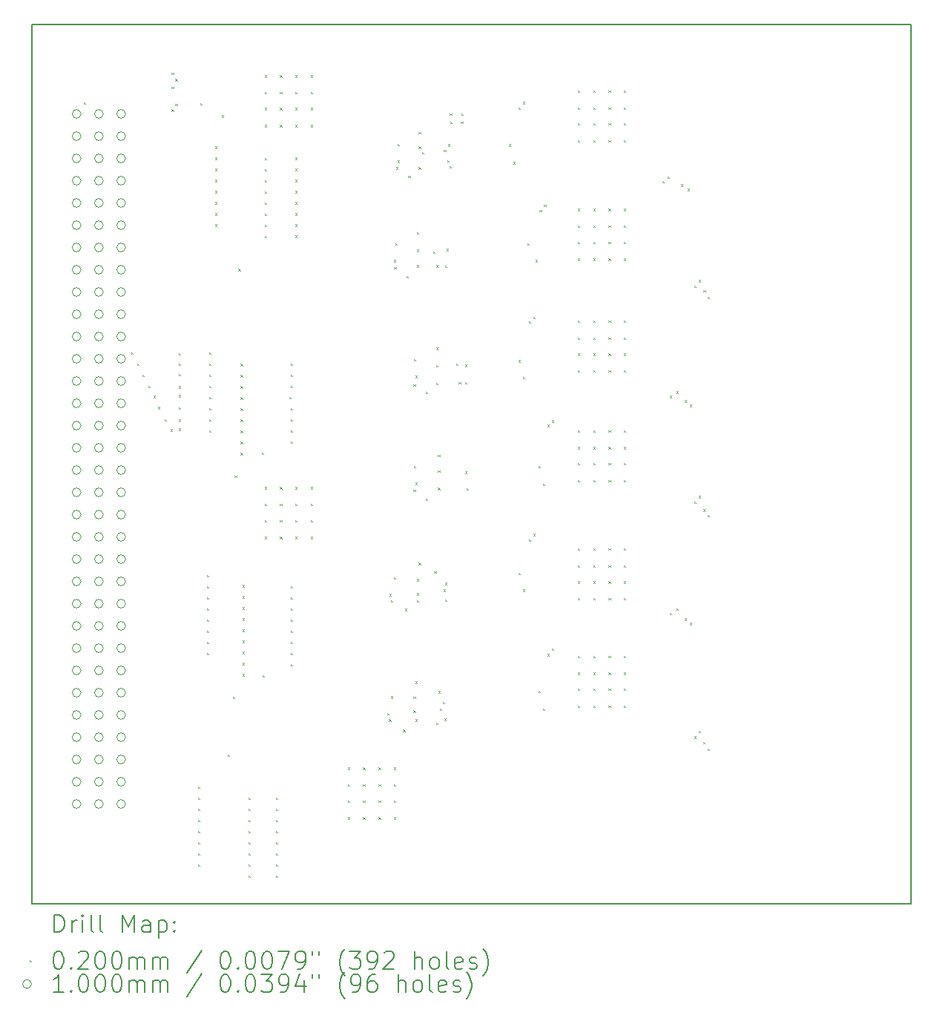
<source format=gbr>
%TF.GenerationSoftware,KiCad,Pcbnew,8.0.5-8.0.5-0~ubuntu24.04.1*%
%TF.CreationDate,2024-09-12T21:54:20+03:00*%
%TF.ProjectId,alu,616c752e-6b69-4636-9164-5f7063625858,rev?*%
%TF.SameCoordinates,Original*%
%TF.FileFunction,Drillmap*%
%TF.FilePolarity,Positive*%
%FSLAX45Y45*%
G04 Gerber Fmt 4.5, Leading zero omitted, Abs format (unit mm)*
G04 Created by KiCad (PCBNEW 8.0.5-8.0.5-0~ubuntu24.04.1) date 2024-09-12 21:54:20*
%MOMM*%
%LPD*%
G01*
G04 APERTURE LIST*
%ADD10C,0.150000*%
%ADD11C,0.200000*%
%ADD12C,0.100000*%
G04 APERTURE END LIST*
D10*
X3937000Y-2667000D02*
X13970000Y-2667000D01*
X13970000Y-12700000D01*
X3937000Y-12700000D01*
X3937000Y-2667000D01*
D11*
D12*
X4525000Y-3550000D02*
X4545000Y-3570000D01*
X4545000Y-3550000D02*
X4525000Y-3570000D01*
X5070000Y-6403500D02*
X5090000Y-6423500D01*
X5090000Y-6403500D02*
X5070000Y-6423500D01*
X5133500Y-6530500D02*
X5153500Y-6550500D01*
X5153500Y-6530500D02*
X5133500Y-6550500D01*
X5197000Y-6657500D02*
X5217000Y-6677500D01*
X5217000Y-6657500D02*
X5197000Y-6677500D01*
X5260500Y-6784500D02*
X5280500Y-6804500D01*
X5280500Y-6784500D02*
X5260500Y-6804500D01*
X5324000Y-6898800D02*
X5344000Y-6918800D01*
X5344000Y-6898800D02*
X5324000Y-6918800D01*
X5374800Y-7025800D02*
X5394800Y-7045800D01*
X5394800Y-7025800D02*
X5374800Y-7045800D01*
X5451000Y-7165500D02*
X5471000Y-7185500D01*
X5471000Y-7165500D02*
X5451000Y-7185500D01*
X5514500Y-7279800D02*
X5534500Y-7299800D01*
X5534500Y-7279800D02*
X5514500Y-7299800D01*
X5530000Y-3210000D02*
X5550000Y-3230000D01*
X5550000Y-3210000D02*
X5530000Y-3230000D01*
X5530000Y-3370000D02*
X5550000Y-3390000D01*
X5550000Y-3370000D02*
X5530000Y-3390000D01*
X5530000Y-3630000D02*
X5550000Y-3650000D01*
X5550000Y-3630000D02*
X5530000Y-3650000D01*
X5570000Y-3285000D02*
X5590000Y-3305000D01*
X5590000Y-3285000D02*
X5570000Y-3305000D01*
X5570000Y-3565000D02*
X5590000Y-3585000D01*
X5590000Y-3565000D02*
X5570000Y-3585000D01*
X5610000Y-6410000D02*
X5630000Y-6430000D01*
X5630000Y-6410000D02*
X5610000Y-6430000D01*
X5610000Y-6530000D02*
X5630000Y-6550000D01*
X5630000Y-6530000D02*
X5610000Y-6550000D01*
X5610000Y-6650000D02*
X5630000Y-6670000D01*
X5630000Y-6650000D02*
X5610000Y-6670000D01*
X5610000Y-6790000D02*
X5630000Y-6810000D01*
X5630000Y-6790000D02*
X5610000Y-6810000D01*
X5610000Y-6890000D02*
X5630000Y-6910000D01*
X5630000Y-6890000D02*
X5610000Y-6910000D01*
X5610000Y-7030000D02*
X5630000Y-7050000D01*
X5630000Y-7030000D02*
X5610000Y-7050000D01*
X5610000Y-7170000D02*
X5630000Y-7190000D01*
X5630000Y-7170000D02*
X5610000Y-7190000D01*
X5610000Y-7270000D02*
X5630000Y-7290000D01*
X5630000Y-7270000D02*
X5610000Y-7290000D01*
X5832000Y-11356500D02*
X5852000Y-11376500D01*
X5852000Y-11356500D02*
X5832000Y-11376500D01*
X5832000Y-11483500D02*
X5852000Y-11503500D01*
X5852000Y-11483500D02*
X5832000Y-11503500D01*
X5832000Y-11610500D02*
X5852000Y-11630500D01*
X5852000Y-11610500D02*
X5832000Y-11630500D01*
X5832000Y-11737500D02*
X5852000Y-11757500D01*
X5852000Y-11737500D02*
X5832000Y-11757500D01*
X5832000Y-11864500D02*
X5852000Y-11884500D01*
X5852000Y-11864500D02*
X5832000Y-11884500D01*
X5832000Y-11991500D02*
X5852000Y-12011500D01*
X5852000Y-11991500D02*
X5832000Y-12011500D01*
X5832000Y-12118500D02*
X5852000Y-12138500D01*
X5852000Y-12118500D02*
X5832000Y-12138500D01*
X5832000Y-12245500D02*
X5852000Y-12265500D01*
X5852000Y-12245500D02*
X5832000Y-12265500D01*
X5857400Y-3558700D02*
X5877400Y-3578700D01*
X5877400Y-3558700D02*
X5857400Y-3578700D01*
X5933600Y-8943500D02*
X5953600Y-8963500D01*
X5953600Y-8943500D02*
X5933600Y-8963500D01*
X5933600Y-9070500D02*
X5953600Y-9090500D01*
X5953600Y-9070500D02*
X5933600Y-9090500D01*
X5933600Y-9197500D02*
X5953600Y-9217500D01*
X5953600Y-9197500D02*
X5933600Y-9217500D01*
X5933600Y-9324500D02*
X5953600Y-9344500D01*
X5953600Y-9324500D02*
X5933600Y-9344500D01*
X5933600Y-9451500D02*
X5953600Y-9471500D01*
X5953600Y-9451500D02*
X5933600Y-9471500D01*
X5933600Y-9578500D02*
X5953600Y-9598500D01*
X5953600Y-9578500D02*
X5933600Y-9598500D01*
X5933600Y-9705500D02*
X5953600Y-9725500D01*
X5953600Y-9705500D02*
X5933600Y-9725500D01*
X5933600Y-9832500D02*
X5953600Y-9852500D01*
X5953600Y-9832500D02*
X5933600Y-9852500D01*
X5959000Y-6403500D02*
X5979000Y-6423500D01*
X5979000Y-6403500D02*
X5959000Y-6423500D01*
X5959000Y-6530500D02*
X5979000Y-6550500D01*
X5979000Y-6530500D02*
X5959000Y-6550500D01*
X5959000Y-6657500D02*
X5979000Y-6677500D01*
X5979000Y-6657500D02*
X5959000Y-6677500D01*
X5959000Y-6784500D02*
X5979000Y-6804500D01*
X5979000Y-6784500D02*
X5959000Y-6804500D01*
X5959000Y-6911500D02*
X5979000Y-6931500D01*
X5979000Y-6911500D02*
X5959000Y-6931500D01*
X5959000Y-7038500D02*
X5979000Y-7058500D01*
X5979000Y-7038500D02*
X5959000Y-7058500D01*
X5959000Y-7165500D02*
X5979000Y-7185500D01*
X5979000Y-7165500D02*
X5959000Y-7185500D01*
X5959000Y-7292500D02*
X5979000Y-7312500D01*
X5979000Y-7292500D02*
X5959000Y-7312500D01*
X6022500Y-4054000D02*
X6042500Y-4074000D01*
X6042500Y-4054000D02*
X6022500Y-4074000D01*
X6022500Y-4181000D02*
X6042500Y-4201000D01*
X6042500Y-4181000D02*
X6022500Y-4201000D01*
X6022500Y-4308000D02*
X6042500Y-4328000D01*
X6042500Y-4308000D02*
X6022500Y-4328000D01*
X6022500Y-4435000D02*
X6042500Y-4455000D01*
X6042500Y-4435000D02*
X6022500Y-4455000D01*
X6022500Y-4562000D02*
X6042500Y-4582000D01*
X6042500Y-4562000D02*
X6022500Y-4582000D01*
X6022500Y-4689000D02*
X6042500Y-4709000D01*
X6042500Y-4689000D02*
X6022500Y-4709000D01*
X6022500Y-4816000D02*
X6042500Y-4836000D01*
X6042500Y-4816000D02*
X6022500Y-4836000D01*
X6022500Y-4943000D02*
X6042500Y-4963000D01*
X6042500Y-4943000D02*
X6022500Y-4963000D01*
X6098700Y-3698400D02*
X6118700Y-3718400D01*
X6118700Y-3698400D02*
X6098700Y-3718400D01*
X6170000Y-10990000D02*
X6190000Y-11010000D01*
X6190000Y-10990000D02*
X6170000Y-11010000D01*
X6230000Y-10330000D02*
X6250000Y-10350000D01*
X6250000Y-10330000D02*
X6230000Y-10350000D01*
X6250000Y-7810000D02*
X6270000Y-7830000D01*
X6270000Y-7810000D02*
X6250000Y-7830000D01*
X6290000Y-5450000D02*
X6310000Y-5470000D01*
X6310000Y-5450000D02*
X6290000Y-5470000D01*
X6315000Y-6534000D02*
X6335000Y-6554000D01*
X6335000Y-6534000D02*
X6315000Y-6554000D01*
X6315000Y-6661000D02*
X6335000Y-6681000D01*
X6335000Y-6661000D02*
X6315000Y-6681000D01*
X6315000Y-6788000D02*
X6335000Y-6808000D01*
X6335000Y-6788000D02*
X6315000Y-6808000D01*
X6315000Y-6915000D02*
X6335000Y-6935000D01*
X6335000Y-6915000D02*
X6315000Y-6935000D01*
X6315000Y-7042000D02*
X6335000Y-7062000D01*
X6335000Y-7042000D02*
X6315000Y-7062000D01*
X6315000Y-7169000D02*
X6335000Y-7189000D01*
X6335000Y-7169000D02*
X6315000Y-7189000D01*
X6315000Y-7296000D02*
X6335000Y-7316000D01*
X6335000Y-7296000D02*
X6315000Y-7316000D01*
X6315000Y-7423000D02*
X6335000Y-7443000D01*
X6335000Y-7423000D02*
X6315000Y-7443000D01*
X6315000Y-7550000D02*
X6335000Y-7570000D01*
X6335000Y-7550000D02*
X6315000Y-7570000D01*
X6340000Y-9059000D02*
X6360000Y-9079000D01*
X6360000Y-9059000D02*
X6340000Y-9079000D01*
X6340000Y-9186000D02*
X6360000Y-9206000D01*
X6360000Y-9186000D02*
X6340000Y-9206000D01*
X6340000Y-9313000D02*
X6360000Y-9333000D01*
X6360000Y-9313000D02*
X6340000Y-9333000D01*
X6340000Y-9440000D02*
X6360000Y-9460000D01*
X6360000Y-9440000D02*
X6340000Y-9460000D01*
X6340000Y-9567000D02*
X6360000Y-9587000D01*
X6360000Y-9567000D02*
X6340000Y-9587000D01*
X6340000Y-9694000D02*
X6360000Y-9714000D01*
X6360000Y-9694000D02*
X6340000Y-9714000D01*
X6340000Y-9821000D02*
X6360000Y-9841000D01*
X6360000Y-9821000D02*
X6340000Y-9841000D01*
X6340000Y-9948000D02*
X6360000Y-9968000D01*
X6360000Y-9948000D02*
X6340000Y-9968000D01*
X6340000Y-10075000D02*
X6360000Y-10095000D01*
X6360000Y-10075000D02*
X6340000Y-10095000D01*
X6403500Y-11483500D02*
X6423500Y-11503500D01*
X6423500Y-11483500D02*
X6403500Y-11503500D01*
X6403500Y-11610500D02*
X6423500Y-11630500D01*
X6423500Y-11610500D02*
X6403500Y-11630500D01*
X6403500Y-11737500D02*
X6423500Y-11757500D01*
X6423500Y-11737500D02*
X6403500Y-11757500D01*
X6403500Y-11864500D02*
X6423500Y-11884500D01*
X6423500Y-11864500D02*
X6403500Y-11884500D01*
X6403500Y-11991500D02*
X6423500Y-12011500D01*
X6423500Y-11991500D02*
X6403500Y-12011500D01*
X6403500Y-12118500D02*
X6423500Y-12138500D01*
X6423500Y-12118500D02*
X6403500Y-12138500D01*
X6403500Y-12245500D02*
X6423500Y-12265500D01*
X6423500Y-12245500D02*
X6403500Y-12265500D01*
X6403500Y-12372500D02*
X6423500Y-12392500D01*
X6423500Y-12372500D02*
X6403500Y-12392500D01*
X6555900Y-7546500D02*
X6575900Y-7566500D01*
X6575900Y-7546500D02*
X6555900Y-7566500D01*
X6568600Y-10086500D02*
X6588600Y-10106500D01*
X6588600Y-10086500D02*
X6568600Y-10106500D01*
X6590000Y-3240000D02*
X6610000Y-3260000D01*
X6610000Y-3240000D02*
X6590000Y-3260000D01*
X6590000Y-3432760D02*
X6610000Y-3452760D01*
X6610000Y-3432760D02*
X6590000Y-3452760D01*
X6590000Y-3615000D02*
X6610000Y-3635000D01*
X6610000Y-3615000D02*
X6590000Y-3635000D01*
X6590000Y-3807760D02*
X6610000Y-3827760D01*
X6610000Y-3807760D02*
X6590000Y-3827760D01*
X6590000Y-4184000D02*
X6610000Y-4204000D01*
X6610000Y-4184000D02*
X6590000Y-4204000D01*
X6590000Y-4311000D02*
X6610000Y-4331000D01*
X6610000Y-4311000D02*
X6590000Y-4331000D01*
X6590000Y-4438000D02*
X6610000Y-4458000D01*
X6610000Y-4438000D02*
X6590000Y-4458000D01*
X6590000Y-4565000D02*
X6610000Y-4585000D01*
X6610000Y-4565000D02*
X6590000Y-4585000D01*
X6590000Y-4692000D02*
X6610000Y-4712000D01*
X6610000Y-4692000D02*
X6590000Y-4712000D01*
X6590000Y-4819000D02*
X6610000Y-4839000D01*
X6610000Y-4819000D02*
X6590000Y-4839000D01*
X6590000Y-4946000D02*
X6610000Y-4966000D01*
X6610000Y-4946000D02*
X6590000Y-4966000D01*
X6590000Y-5073000D02*
X6610000Y-5093000D01*
X6610000Y-5073000D02*
X6590000Y-5093000D01*
X6590000Y-7940000D02*
X6610000Y-7960000D01*
X6610000Y-7940000D02*
X6590000Y-7960000D01*
X6590000Y-8132760D02*
X6610000Y-8152760D01*
X6610000Y-8132760D02*
X6590000Y-8152760D01*
X6590000Y-8315000D02*
X6610000Y-8335000D01*
X6610000Y-8315000D02*
X6590000Y-8335000D01*
X6590000Y-8507760D02*
X6610000Y-8527760D01*
X6610000Y-8507760D02*
X6590000Y-8527760D01*
X6721000Y-11483500D02*
X6741000Y-11503500D01*
X6741000Y-11483500D02*
X6721000Y-11503500D01*
X6721000Y-11610500D02*
X6741000Y-11630500D01*
X6741000Y-11610500D02*
X6721000Y-11630500D01*
X6721000Y-11737500D02*
X6741000Y-11757500D01*
X6741000Y-11737500D02*
X6721000Y-11757500D01*
X6721000Y-11864500D02*
X6741000Y-11884500D01*
X6741000Y-11864500D02*
X6721000Y-11884500D01*
X6721000Y-11991500D02*
X6741000Y-12011500D01*
X6741000Y-11991500D02*
X6721000Y-12011500D01*
X6721000Y-12118500D02*
X6741000Y-12138500D01*
X6741000Y-12118500D02*
X6721000Y-12138500D01*
X6721000Y-12245500D02*
X6741000Y-12265500D01*
X6741000Y-12245500D02*
X6721000Y-12265500D01*
X6721000Y-12372500D02*
X6741000Y-12392500D01*
X6741000Y-12372500D02*
X6721000Y-12392500D01*
X6765000Y-3240000D02*
X6785000Y-3260000D01*
X6785000Y-3240000D02*
X6765000Y-3260000D01*
X6765000Y-3432760D02*
X6785000Y-3452760D01*
X6785000Y-3432760D02*
X6765000Y-3452760D01*
X6765000Y-3615000D02*
X6785000Y-3635000D01*
X6785000Y-3615000D02*
X6765000Y-3635000D01*
X6765000Y-3807760D02*
X6785000Y-3827760D01*
X6785000Y-3807760D02*
X6765000Y-3827760D01*
X6765000Y-7940000D02*
X6785000Y-7960000D01*
X6785000Y-7940000D02*
X6765000Y-7960000D01*
X6765000Y-8132760D02*
X6785000Y-8152760D01*
X6785000Y-8132760D02*
X6765000Y-8152760D01*
X6765000Y-8315000D02*
X6785000Y-8335000D01*
X6785000Y-8315000D02*
X6765000Y-8335000D01*
X6765000Y-8507760D02*
X6785000Y-8527760D01*
X6785000Y-8507760D02*
X6765000Y-8527760D01*
X6873400Y-6911500D02*
X6893400Y-6931500D01*
X6893400Y-6911500D02*
X6873400Y-6931500D01*
X6886100Y-6530500D02*
X6906100Y-6550500D01*
X6906100Y-6530500D02*
X6886100Y-6550500D01*
X6886100Y-6657500D02*
X6906100Y-6677500D01*
X6906100Y-6657500D02*
X6886100Y-6677500D01*
X6886100Y-6784500D02*
X6906100Y-6804500D01*
X6906100Y-6784500D02*
X6886100Y-6804500D01*
X6886100Y-7038500D02*
X6906100Y-7058500D01*
X6906100Y-7038500D02*
X6886100Y-7058500D01*
X6886100Y-7165500D02*
X6906100Y-7185500D01*
X6906100Y-7165500D02*
X6886100Y-7185500D01*
X6886100Y-7292500D02*
X6906100Y-7312500D01*
X6906100Y-7292500D02*
X6886100Y-7312500D01*
X6886100Y-7419500D02*
X6906100Y-7439500D01*
X6906100Y-7419500D02*
X6886100Y-7439500D01*
X6886100Y-9070500D02*
X6906100Y-9090500D01*
X6906100Y-9070500D02*
X6886100Y-9090500D01*
X6886100Y-9197500D02*
X6906100Y-9217500D01*
X6906100Y-9197500D02*
X6886100Y-9217500D01*
X6886100Y-9324500D02*
X6906100Y-9344500D01*
X6906100Y-9324500D02*
X6886100Y-9344500D01*
X6886100Y-9451500D02*
X6906100Y-9471500D01*
X6906100Y-9451500D02*
X6886100Y-9471500D01*
X6886100Y-9578500D02*
X6906100Y-9598500D01*
X6906100Y-9578500D02*
X6886100Y-9598500D01*
X6886100Y-9705500D02*
X6906100Y-9725500D01*
X6906100Y-9705500D02*
X6886100Y-9725500D01*
X6886100Y-9832500D02*
X6906100Y-9852500D01*
X6906100Y-9832500D02*
X6886100Y-9852500D01*
X6886100Y-9959500D02*
X6906100Y-9979500D01*
X6906100Y-9959500D02*
X6886100Y-9979500D01*
X6936900Y-4181000D02*
X6956900Y-4201000D01*
X6956900Y-4181000D02*
X6936900Y-4201000D01*
X6936900Y-4308000D02*
X6956900Y-4328000D01*
X6956900Y-4308000D02*
X6936900Y-4328000D01*
X6936900Y-4435000D02*
X6956900Y-4455000D01*
X6956900Y-4435000D02*
X6936900Y-4455000D01*
X6936900Y-4562000D02*
X6956900Y-4582000D01*
X6956900Y-4562000D02*
X6936900Y-4582000D01*
X6936900Y-4689000D02*
X6956900Y-4709000D01*
X6956900Y-4689000D02*
X6936900Y-4709000D01*
X6936900Y-4816000D02*
X6956900Y-4836000D01*
X6956900Y-4816000D02*
X6936900Y-4836000D01*
X6936900Y-4943000D02*
X6956900Y-4963000D01*
X6956900Y-4943000D02*
X6936900Y-4963000D01*
X6936900Y-5070000D02*
X6956900Y-5090000D01*
X6956900Y-5070000D02*
X6936900Y-5090000D01*
X6940000Y-3240000D02*
X6960000Y-3260000D01*
X6960000Y-3240000D02*
X6940000Y-3260000D01*
X6940000Y-3432760D02*
X6960000Y-3452760D01*
X6960000Y-3432760D02*
X6940000Y-3452760D01*
X6940000Y-3615000D02*
X6960000Y-3635000D01*
X6960000Y-3615000D02*
X6940000Y-3635000D01*
X6940000Y-3807760D02*
X6960000Y-3827760D01*
X6960000Y-3807760D02*
X6940000Y-3827760D01*
X6940000Y-7940000D02*
X6960000Y-7960000D01*
X6960000Y-7940000D02*
X6940000Y-7960000D01*
X6940000Y-8132760D02*
X6960000Y-8152760D01*
X6960000Y-8132760D02*
X6940000Y-8152760D01*
X6940000Y-8315000D02*
X6960000Y-8335000D01*
X6960000Y-8315000D02*
X6940000Y-8335000D01*
X6940000Y-8507760D02*
X6960000Y-8527760D01*
X6960000Y-8507760D02*
X6940000Y-8527760D01*
X7115000Y-3240000D02*
X7135000Y-3260000D01*
X7135000Y-3240000D02*
X7115000Y-3260000D01*
X7115000Y-3432760D02*
X7135000Y-3452760D01*
X7135000Y-3432760D02*
X7115000Y-3452760D01*
X7115000Y-3615000D02*
X7135000Y-3635000D01*
X7135000Y-3615000D02*
X7115000Y-3635000D01*
X7115000Y-3807760D02*
X7135000Y-3827760D01*
X7135000Y-3807760D02*
X7115000Y-3827760D01*
X7115000Y-7940000D02*
X7135000Y-7960000D01*
X7135000Y-7940000D02*
X7115000Y-7960000D01*
X7115000Y-8132760D02*
X7135000Y-8152760D01*
X7135000Y-8132760D02*
X7115000Y-8152760D01*
X7115000Y-8315000D02*
X7135000Y-8335000D01*
X7135000Y-8315000D02*
X7115000Y-8335000D01*
X7115000Y-8507760D02*
X7135000Y-8527760D01*
X7135000Y-8507760D02*
X7115000Y-8527760D01*
X7540000Y-11140000D02*
X7560000Y-11160000D01*
X7560000Y-11140000D02*
X7540000Y-11160000D01*
X7540000Y-11332760D02*
X7560000Y-11352760D01*
X7560000Y-11332760D02*
X7540000Y-11352760D01*
X7540000Y-11515000D02*
X7560000Y-11535000D01*
X7560000Y-11515000D02*
X7540000Y-11535000D01*
X7540000Y-11707760D02*
X7560000Y-11727760D01*
X7560000Y-11707760D02*
X7540000Y-11727760D01*
X7715000Y-11140000D02*
X7735000Y-11160000D01*
X7735000Y-11140000D02*
X7715000Y-11160000D01*
X7715000Y-11332760D02*
X7735000Y-11352760D01*
X7735000Y-11332760D02*
X7715000Y-11352760D01*
X7715000Y-11515000D02*
X7735000Y-11535000D01*
X7735000Y-11515000D02*
X7715000Y-11535000D01*
X7715000Y-11707760D02*
X7735000Y-11727760D01*
X7735000Y-11707760D02*
X7715000Y-11727760D01*
X7890000Y-11140000D02*
X7910000Y-11160000D01*
X7910000Y-11140000D02*
X7890000Y-11160000D01*
X7890000Y-11332760D02*
X7910000Y-11352760D01*
X7910000Y-11332760D02*
X7890000Y-11352760D01*
X7890000Y-11515000D02*
X7910000Y-11535000D01*
X7910000Y-11515000D02*
X7890000Y-11535000D01*
X7890000Y-11707760D02*
X7910000Y-11727760D01*
X7910000Y-11707760D02*
X7890000Y-11727760D01*
X7990000Y-10518300D02*
X8010000Y-10538300D01*
X8010000Y-10518300D02*
X7990000Y-10538300D01*
X8010000Y-10590000D02*
X8030000Y-10610000D01*
X8030000Y-10590000D02*
X8010000Y-10610000D01*
X8015000Y-9159400D02*
X8035000Y-9179400D01*
X8035000Y-9159400D02*
X8015000Y-9179400D01*
X8029100Y-10327800D02*
X8049100Y-10347800D01*
X8049100Y-10327800D02*
X8029100Y-10347800D01*
X8030000Y-9230000D02*
X8050000Y-9250000D01*
X8050000Y-9230000D02*
X8030000Y-9250000D01*
X8065000Y-11140000D02*
X8085000Y-11160000D01*
X8085000Y-11140000D02*
X8065000Y-11160000D01*
X8065000Y-11332760D02*
X8085000Y-11352760D01*
X8085000Y-11332760D02*
X8065000Y-11352760D01*
X8065000Y-11515000D02*
X8085000Y-11535000D01*
X8085000Y-11515000D02*
X8065000Y-11535000D01*
X8065000Y-11707760D02*
X8085000Y-11727760D01*
X8085000Y-11707760D02*
X8065000Y-11727760D01*
X8067200Y-5349400D02*
X8087200Y-5369400D01*
X8087200Y-5349400D02*
X8067200Y-5369400D01*
X8067200Y-8968900D02*
X8087200Y-8988900D01*
X8087200Y-8968900D02*
X8067200Y-8988900D01*
X8070000Y-5430000D02*
X8090000Y-5450000D01*
X8090000Y-5430000D02*
X8070000Y-5450000D01*
X8079900Y-5158900D02*
X8099900Y-5178900D01*
X8099900Y-5158900D02*
X8079900Y-5178900D01*
X8090000Y-4290000D02*
X8110000Y-4310000D01*
X8110000Y-4290000D02*
X8090000Y-4310000D01*
X8105300Y-4024100D02*
X8125300Y-4044100D01*
X8125300Y-4024100D02*
X8105300Y-4044100D01*
X8105300Y-4214600D02*
X8125300Y-4234600D01*
X8125300Y-4214600D02*
X8105300Y-4234600D01*
X8170000Y-10710000D02*
X8190000Y-10730000D01*
X8190000Y-10710000D02*
X8170000Y-10730000D01*
X8190000Y-9330000D02*
X8210000Y-9350000D01*
X8210000Y-9330000D02*
X8190000Y-9350000D01*
X8210000Y-5530000D02*
X8230000Y-5550000D01*
X8230000Y-5530000D02*
X8210000Y-5550000D01*
X8230000Y-4390000D02*
X8250000Y-4410000D01*
X8250000Y-4390000D02*
X8230000Y-4410000D01*
X8290000Y-6770000D02*
X8310000Y-6790000D01*
X8310000Y-6770000D02*
X8290000Y-6790000D01*
X8290000Y-7970000D02*
X8310000Y-7990000D01*
X8310000Y-7970000D02*
X8290000Y-7990000D01*
X8290000Y-10330000D02*
X8310000Y-10350000D01*
X8310000Y-10330000D02*
X8290000Y-10350000D01*
X8290000Y-10490000D02*
X8310000Y-10510000D01*
X8310000Y-10490000D02*
X8290000Y-10510000D01*
X8295800Y-6479700D02*
X8315800Y-6499700D01*
X8315800Y-6479700D02*
X8295800Y-6499700D01*
X8295800Y-7698900D02*
X8315800Y-7718900D01*
X8315800Y-7698900D02*
X8295800Y-7718900D01*
X8308500Y-6670200D02*
X8328500Y-6690200D01*
X8328500Y-6670200D02*
X8308500Y-6690200D01*
X8308500Y-7889400D02*
X8328500Y-7909400D01*
X8328500Y-7889400D02*
X8308500Y-7909400D01*
X8310000Y-10160000D02*
X8330000Y-10180000D01*
X8330000Y-10160000D02*
X8310000Y-10180000D01*
X8310000Y-10590000D02*
X8330000Y-10610000D01*
X8330000Y-10590000D02*
X8310000Y-10610000D01*
X8330000Y-5030000D02*
X8350000Y-5050000D01*
X8350000Y-5030000D02*
X8330000Y-5050000D01*
X8330000Y-5230000D02*
X8350000Y-5250000D01*
X8350000Y-5230000D02*
X8330000Y-5250000D01*
X8330000Y-5410000D02*
X8350000Y-5430000D01*
X8350000Y-5410000D02*
X8330000Y-5430000D01*
X8330000Y-8990000D02*
X8350000Y-9010000D01*
X8350000Y-8990000D02*
X8330000Y-9010000D01*
X8330000Y-9150000D02*
X8350000Y-9170000D01*
X8350000Y-9150000D02*
X8330000Y-9170000D01*
X8330000Y-9230000D02*
X8350000Y-9250000D01*
X8350000Y-9230000D02*
X8330000Y-9250000D01*
X8350000Y-3890000D02*
X8370000Y-3910000D01*
X8370000Y-3890000D02*
X8350000Y-3910000D01*
X8350000Y-4055000D02*
X8370000Y-4075000D01*
X8370000Y-4055000D02*
X8350000Y-4075000D01*
X8350000Y-4290000D02*
X8370000Y-4310000D01*
X8370000Y-4290000D02*
X8350000Y-4310000D01*
X8350000Y-8805000D02*
X8370000Y-8825000D01*
X8370000Y-8805000D02*
X8350000Y-8825000D01*
X8384600Y-4118541D02*
X8404600Y-4138541D01*
X8404600Y-4118541D02*
X8384600Y-4138541D01*
X8430000Y-6850000D02*
X8450000Y-6870000D01*
X8450000Y-6850000D02*
X8430000Y-6870000D01*
X8430000Y-8070000D02*
X8450000Y-8090000D01*
X8450000Y-8070000D02*
X8430000Y-8090000D01*
X8515000Y-5250000D02*
X8535000Y-5270000D01*
X8535000Y-5250000D02*
X8515000Y-5270000D01*
X8525000Y-8900000D02*
X8545000Y-8920000D01*
X8545000Y-8900000D02*
X8525000Y-8920000D01*
X8550000Y-5410000D02*
X8570000Y-5430000D01*
X8570000Y-5410000D02*
X8550000Y-5430000D01*
X8550000Y-6350000D02*
X8570000Y-6370000D01*
X8570000Y-6350000D02*
X8550000Y-6370000D01*
X8550000Y-6550000D02*
X8570000Y-6570000D01*
X8570000Y-6550000D02*
X8550000Y-6570000D01*
X8550000Y-6750000D02*
X8570000Y-6770000D01*
X8570000Y-6750000D02*
X8550000Y-6770000D01*
X8550000Y-10630000D02*
X8570000Y-10650000D01*
X8570000Y-10630000D02*
X8550000Y-10650000D01*
X8570000Y-7570000D02*
X8590000Y-7590000D01*
X8590000Y-7570000D02*
X8570000Y-7590000D01*
X8570000Y-7750000D02*
X8590000Y-7770000D01*
X8590000Y-7750000D02*
X8570000Y-7770000D01*
X8570000Y-7950000D02*
X8590000Y-7970000D01*
X8590000Y-7950000D02*
X8570000Y-7970000D01*
X8575000Y-10270000D02*
X8595000Y-10290000D01*
X8595000Y-10270000D02*
X8575000Y-10290000D01*
X8590000Y-10470000D02*
X8610000Y-10490000D01*
X8610000Y-10470000D02*
X8590000Y-10490000D01*
X8626000Y-10391300D02*
X8646000Y-10411300D01*
X8646000Y-10391300D02*
X8626000Y-10411300D01*
X8630000Y-9110000D02*
X8650000Y-9130000D01*
X8650000Y-9110000D02*
X8630000Y-9130000D01*
X8635000Y-4090000D02*
X8655000Y-4110000D01*
X8655000Y-4090000D02*
X8635000Y-4110000D01*
X8638700Y-10581800D02*
X8658700Y-10601800D01*
X8658700Y-10581800D02*
X8638700Y-10601800D01*
X8651400Y-5412900D02*
X8671400Y-5432900D01*
X8671400Y-5412900D02*
X8651400Y-5432900D01*
X8651400Y-9032400D02*
X8671400Y-9052400D01*
X8671400Y-9032400D02*
X8651400Y-9052400D01*
X8651400Y-9222900D02*
X8671400Y-9242900D01*
X8671400Y-9222900D02*
X8651400Y-9242900D01*
X8664100Y-5222400D02*
X8684100Y-5242400D01*
X8684100Y-5222400D02*
X8664100Y-5242400D01*
X8675000Y-4210000D02*
X8695000Y-4230000D01*
X8695000Y-4210000D02*
X8675000Y-4230000D01*
X8685000Y-4030000D02*
X8705000Y-4050000D01*
X8705000Y-4030000D02*
X8685000Y-4050000D01*
X8702200Y-4278100D02*
X8722200Y-4298100D01*
X8722200Y-4278100D02*
X8702200Y-4298100D01*
X8705000Y-3675000D02*
X8725000Y-3695000D01*
X8725000Y-3675000D02*
X8705000Y-3695000D01*
X8710000Y-3770000D02*
X8730000Y-3790000D01*
X8730000Y-3770000D02*
X8710000Y-3790000D01*
X8775000Y-6530000D02*
X8795000Y-6550000D01*
X8795000Y-6530000D02*
X8775000Y-6550000D01*
X8805000Y-6740000D02*
X8825000Y-6760000D01*
X8825000Y-6740000D02*
X8805000Y-6760000D01*
X8830000Y-3770000D02*
X8850000Y-3790000D01*
X8850000Y-3770000D02*
X8830000Y-3790000D01*
X8835000Y-3680000D02*
X8855000Y-3700000D01*
X8855000Y-3680000D02*
X8835000Y-3700000D01*
X8880000Y-6543200D02*
X8900000Y-6563200D01*
X8900000Y-6543200D02*
X8880000Y-6563200D01*
X8880000Y-6740000D02*
X8900000Y-6760000D01*
X8900000Y-6740000D02*
X8880000Y-6760000D01*
X8880000Y-7762400D02*
X8900000Y-7782400D01*
X8900000Y-7762400D02*
X8880000Y-7782400D01*
X8892700Y-7952900D02*
X8912700Y-7972900D01*
X8912700Y-7952900D02*
X8892700Y-7972900D01*
X9375300Y-4028600D02*
X9395300Y-4048600D01*
X9395300Y-4028600D02*
X9375300Y-4048600D01*
X9426100Y-4231800D02*
X9446100Y-4251800D01*
X9446100Y-4231800D02*
X9426100Y-4251800D01*
X9489600Y-3609500D02*
X9509600Y-3629500D01*
X9509600Y-3609500D02*
X9489600Y-3629500D01*
X9489600Y-6492400D02*
X9509600Y-6512400D01*
X9509600Y-6492400D02*
X9489600Y-6512400D01*
X9489600Y-8918100D02*
X9509600Y-8938100D01*
X9509600Y-8918100D02*
X9489600Y-8938100D01*
X9540400Y-3546000D02*
X9560400Y-3566000D01*
X9560400Y-3546000D02*
X9540400Y-3566000D01*
X9540400Y-6682900D02*
X9560400Y-6702900D01*
X9560400Y-6682900D02*
X9540400Y-6702900D01*
X9540400Y-9108600D02*
X9560400Y-9128600D01*
X9560400Y-9108600D02*
X9540400Y-9128600D01*
X9591200Y-5158900D02*
X9611200Y-5178900D01*
X9611200Y-5158900D02*
X9591200Y-5178900D01*
X9603900Y-6047900D02*
X9623900Y-6067900D01*
X9623900Y-6047900D02*
X9603900Y-6067900D01*
X9603900Y-8537100D02*
X9623900Y-8557100D01*
X9623900Y-8537100D02*
X9603900Y-8557100D01*
X9654700Y-5997100D02*
X9674700Y-6017100D01*
X9674700Y-5997100D02*
X9654700Y-6017100D01*
X9654700Y-8473600D02*
X9674700Y-8493600D01*
X9674700Y-8473600D02*
X9654700Y-8493600D01*
X9680100Y-5349400D02*
X9700100Y-5369400D01*
X9700100Y-5349400D02*
X9680100Y-5369400D01*
X9718200Y-7698900D02*
X9738200Y-7718900D01*
X9738200Y-7698900D02*
X9718200Y-7718900D01*
X9718200Y-10264300D02*
X9738200Y-10284300D01*
X9738200Y-10264300D02*
X9718200Y-10284300D01*
X9729300Y-4777900D02*
X9749300Y-4797900D01*
X9749300Y-4777900D02*
X9729300Y-4797900D01*
X9769000Y-7902100D02*
X9789000Y-7922100D01*
X9789000Y-7902100D02*
X9769000Y-7922100D01*
X9769000Y-10467500D02*
X9789000Y-10487500D01*
X9789000Y-10467500D02*
X9769000Y-10487500D01*
X9780100Y-4721398D02*
X9800100Y-4741398D01*
X9800100Y-4721398D02*
X9780100Y-4741398D01*
X9819800Y-7229000D02*
X9839800Y-7249000D01*
X9839800Y-7229000D02*
X9819800Y-7249000D01*
X9819800Y-9845200D02*
X9839800Y-9865200D01*
X9839800Y-9845200D02*
X9819800Y-9865200D01*
X9870600Y-7178200D02*
X9890600Y-7198200D01*
X9890600Y-7178200D02*
X9870600Y-7198200D01*
X9870600Y-9781700D02*
X9890600Y-9801700D01*
X9890600Y-9781700D02*
X9870600Y-9801700D01*
X10165000Y-3415000D02*
X10185000Y-3435000D01*
X10185000Y-3415000D02*
X10165000Y-3435000D01*
X10165000Y-3607760D02*
X10185000Y-3627760D01*
X10185000Y-3607760D02*
X10165000Y-3627760D01*
X10165000Y-3790000D02*
X10185000Y-3810000D01*
X10185000Y-3790000D02*
X10165000Y-3810000D01*
X10165000Y-3982760D02*
X10185000Y-4002760D01*
X10185000Y-3982760D02*
X10165000Y-4002760D01*
X10165000Y-4765000D02*
X10185000Y-4785000D01*
X10185000Y-4765000D02*
X10165000Y-4785000D01*
X10165000Y-4957760D02*
X10185000Y-4977760D01*
X10185000Y-4957760D02*
X10165000Y-4977760D01*
X10165000Y-5140000D02*
X10185000Y-5160000D01*
X10185000Y-5140000D02*
X10165000Y-5160000D01*
X10165000Y-5332760D02*
X10185000Y-5352760D01*
X10185000Y-5332760D02*
X10165000Y-5352760D01*
X10165000Y-6040000D02*
X10185000Y-6060000D01*
X10185000Y-6040000D02*
X10165000Y-6060000D01*
X10165000Y-6232760D02*
X10185000Y-6252760D01*
X10185000Y-6232760D02*
X10165000Y-6252760D01*
X10165000Y-6415000D02*
X10185000Y-6435000D01*
X10185000Y-6415000D02*
X10165000Y-6435000D01*
X10165000Y-6607760D02*
X10185000Y-6627760D01*
X10185000Y-6607760D02*
X10165000Y-6627760D01*
X10165000Y-7290000D02*
X10185000Y-7310000D01*
X10185000Y-7290000D02*
X10165000Y-7310000D01*
X10165000Y-7482760D02*
X10185000Y-7502760D01*
X10185000Y-7482760D02*
X10165000Y-7502760D01*
X10165000Y-7665000D02*
X10185000Y-7685000D01*
X10185000Y-7665000D02*
X10165000Y-7685000D01*
X10165000Y-7857760D02*
X10185000Y-7877760D01*
X10185000Y-7857760D02*
X10165000Y-7877760D01*
X10165000Y-8640000D02*
X10185000Y-8660000D01*
X10185000Y-8640000D02*
X10165000Y-8660000D01*
X10165000Y-8832760D02*
X10185000Y-8852760D01*
X10185000Y-8832760D02*
X10165000Y-8852760D01*
X10165000Y-9015000D02*
X10185000Y-9035000D01*
X10185000Y-9015000D02*
X10165000Y-9035000D01*
X10165000Y-9207760D02*
X10185000Y-9227760D01*
X10185000Y-9207760D02*
X10165000Y-9227760D01*
X10165000Y-9865000D02*
X10185000Y-9885000D01*
X10185000Y-9865000D02*
X10165000Y-9885000D01*
X10165000Y-10057760D02*
X10185000Y-10077760D01*
X10185000Y-10057760D02*
X10165000Y-10077760D01*
X10165000Y-10240000D02*
X10185000Y-10260000D01*
X10185000Y-10240000D02*
X10165000Y-10260000D01*
X10165000Y-10432760D02*
X10185000Y-10452760D01*
X10185000Y-10432760D02*
X10165000Y-10452760D01*
X10340000Y-3415000D02*
X10360000Y-3435000D01*
X10360000Y-3415000D02*
X10340000Y-3435000D01*
X10340000Y-3607760D02*
X10360000Y-3627760D01*
X10360000Y-3607760D02*
X10340000Y-3627760D01*
X10340000Y-3790000D02*
X10360000Y-3810000D01*
X10360000Y-3790000D02*
X10340000Y-3810000D01*
X10340000Y-3982760D02*
X10360000Y-4002760D01*
X10360000Y-3982760D02*
X10340000Y-4002760D01*
X10340000Y-4765000D02*
X10360000Y-4785000D01*
X10360000Y-4765000D02*
X10340000Y-4785000D01*
X10340000Y-4957760D02*
X10360000Y-4977760D01*
X10360000Y-4957760D02*
X10340000Y-4977760D01*
X10340000Y-5140000D02*
X10360000Y-5160000D01*
X10360000Y-5140000D02*
X10340000Y-5160000D01*
X10340000Y-5332760D02*
X10360000Y-5352760D01*
X10360000Y-5332760D02*
X10340000Y-5352760D01*
X10340000Y-6040000D02*
X10360000Y-6060000D01*
X10360000Y-6040000D02*
X10340000Y-6060000D01*
X10340000Y-6232760D02*
X10360000Y-6252760D01*
X10360000Y-6232760D02*
X10340000Y-6252760D01*
X10340000Y-6415000D02*
X10360000Y-6435000D01*
X10360000Y-6415000D02*
X10340000Y-6435000D01*
X10340000Y-6607760D02*
X10360000Y-6627760D01*
X10360000Y-6607760D02*
X10340000Y-6627760D01*
X10340000Y-7290000D02*
X10360000Y-7310000D01*
X10360000Y-7290000D02*
X10340000Y-7310000D01*
X10340000Y-7482760D02*
X10360000Y-7502760D01*
X10360000Y-7482760D02*
X10340000Y-7502760D01*
X10340000Y-7665000D02*
X10360000Y-7685000D01*
X10360000Y-7665000D02*
X10340000Y-7685000D01*
X10340000Y-7857760D02*
X10360000Y-7877760D01*
X10360000Y-7857760D02*
X10340000Y-7877760D01*
X10340000Y-8640000D02*
X10360000Y-8660000D01*
X10360000Y-8640000D02*
X10340000Y-8660000D01*
X10340000Y-8832760D02*
X10360000Y-8852760D01*
X10360000Y-8832760D02*
X10340000Y-8852760D01*
X10340000Y-9015000D02*
X10360000Y-9035000D01*
X10360000Y-9015000D02*
X10340000Y-9035000D01*
X10340000Y-9207760D02*
X10360000Y-9227760D01*
X10360000Y-9207760D02*
X10340000Y-9227760D01*
X10340000Y-9865000D02*
X10360000Y-9885000D01*
X10360000Y-9865000D02*
X10340000Y-9885000D01*
X10340000Y-10057760D02*
X10360000Y-10077760D01*
X10360000Y-10057760D02*
X10340000Y-10077760D01*
X10340000Y-10240000D02*
X10360000Y-10260000D01*
X10360000Y-10240000D02*
X10340000Y-10260000D01*
X10340000Y-10432760D02*
X10360000Y-10452760D01*
X10360000Y-10432760D02*
X10340000Y-10452760D01*
X10515000Y-3415000D02*
X10535000Y-3435000D01*
X10535000Y-3415000D02*
X10515000Y-3435000D01*
X10515000Y-3607760D02*
X10535000Y-3627760D01*
X10535000Y-3607760D02*
X10515000Y-3627760D01*
X10515000Y-3790000D02*
X10535000Y-3810000D01*
X10535000Y-3790000D02*
X10515000Y-3810000D01*
X10515000Y-3982760D02*
X10535000Y-4002760D01*
X10535000Y-3982760D02*
X10515000Y-4002760D01*
X10515000Y-4765000D02*
X10535000Y-4785000D01*
X10535000Y-4765000D02*
X10515000Y-4785000D01*
X10515000Y-4957760D02*
X10535000Y-4977760D01*
X10535000Y-4957760D02*
X10515000Y-4977760D01*
X10515000Y-5140000D02*
X10535000Y-5160000D01*
X10535000Y-5140000D02*
X10515000Y-5160000D01*
X10515000Y-5332760D02*
X10535000Y-5352760D01*
X10535000Y-5332760D02*
X10515000Y-5352760D01*
X10515000Y-6040000D02*
X10535000Y-6060000D01*
X10535000Y-6040000D02*
X10515000Y-6060000D01*
X10515000Y-6232760D02*
X10535000Y-6252760D01*
X10535000Y-6232760D02*
X10515000Y-6252760D01*
X10515000Y-6415000D02*
X10535000Y-6435000D01*
X10535000Y-6415000D02*
X10515000Y-6435000D01*
X10515000Y-6607760D02*
X10535000Y-6627760D01*
X10535000Y-6607760D02*
X10515000Y-6627760D01*
X10515000Y-7290000D02*
X10535000Y-7310000D01*
X10535000Y-7290000D02*
X10515000Y-7310000D01*
X10515000Y-7482760D02*
X10535000Y-7502760D01*
X10535000Y-7482760D02*
X10515000Y-7502760D01*
X10515000Y-7665000D02*
X10535000Y-7685000D01*
X10535000Y-7665000D02*
X10515000Y-7685000D01*
X10515000Y-7857760D02*
X10535000Y-7877760D01*
X10535000Y-7857760D02*
X10515000Y-7877760D01*
X10515000Y-8640000D02*
X10535000Y-8660000D01*
X10535000Y-8640000D02*
X10515000Y-8660000D01*
X10515000Y-8832760D02*
X10535000Y-8852760D01*
X10535000Y-8832760D02*
X10515000Y-8852760D01*
X10515000Y-9015000D02*
X10535000Y-9035000D01*
X10535000Y-9015000D02*
X10515000Y-9035000D01*
X10515000Y-9207760D02*
X10535000Y-9227760D01*
X10535000Y-9207760D02*
X10515000Y-9227760D01*
X10515000Y-9865000D02*
X10535000Y-9885000D01*
X10535000Y-9865000D02*
X10515000Y-9885000D01*
X10515000Y-10057760D02*
X10535000Y-10077760D01*
X10535000Y-10057760D02*
X10515000Y-10077760D01*
X10515000Y-10240000D02*
X10535000Y-10260000D01*
X10535000Y-10240000D02*
X10515000Y-10260000D01*
X10515000Y-10432760D02*
X10535000Y-10452760D01*
X10535000Y-10432760D02*
X10515000Y-10452760D01*
X10690000Y-3415000D02*
X10710000Y-3435000D01*
X10710000Y-3415000D02*
X10690000Y-3435000D01*
X10690000Y-3607760D02*
X10710000Y-3627760D01*
X10710000Y-3607760D02*
X10690000Y-3627760D01*
X10690000Y-3790000D02*
X10710000Y-3810000D01*
X10710000Y-3790000D02*
X10690000Y-3810000D01*
X10690000Y-3982760D02*
X10710000Y-4002760D01*
X10710000Y-3982760D02*
X10690000Y-4002760D01*
X10690000Y-4765000D02*
X10710000Y-4785000D01*
X10710000Y-4765000D02*
X10690000Y-4785000D01*
X10690000Y-4957760D02*
X10710000Y-4977760D01*
X10710000Y-4957760D02*
X10690000Y-4977760D01*
X10690000Y-5140000D02*
X10710000Y-5160000D01*
X10710000Y-5140000D02*
X10690000Y-5160000D01*
X10690000Y-5332760D02*
X10710000Y-5352760D01*
X10710000Y-5332760D02*
X10690000Y-5352760D01*
X10690000Y-6040000D02*
X10710000Y-6060000D01*
X10710000Y-6040000D02*
X10690000Y-6060000D01*
X10690000Y-6232760D02*
X10710000Y-6252760D01*
X10710000Y-6232760D02*
X10690000Y-6252760D01*
X10690000Y-6415000D02*
X10710000Y-6435000D01*
X10710000Y-6415000D02*
X10690000Y-6435000D01*
X10690000Y-6607760D02*
X10710000Y-6627760D01*
X10710000Y-6607760D02*
X10690000Y-6627760D01*
X10690000Y-7290000D02*
X10710000Y-7310000D01*
X10710000Y-7290000D02*
X10690000Y-7310000D01*
X10690000Y-7482760D02*
X10710000Y-7502760D01*
X10710000Y-7482760D02*
X10690000Y-7502760D01*
X10690000Y-7665000D02*
X10710000Y-7685000D01*
X10710000Y-7665000D02*
X10690000Y-7685000D01*
X10690000Y-7857760D02*
X10710000Y-7877760D01*
X10710000Y-7857760D02*
X10690000Y-7877760D01*
X10690000Y-8640000D02*
X10710000Y-8660000D01*
X10710000Y-8640000D02*
X10690000Y-8660000D01*
X10690000Y-8832760D02*
X10710000Y-8852760D01*
X10710000Y-8832760D02*
X10690000Y-8852760D01*
X10690000Y-9015000D02*
X10710000Y-9035000D01*
X10710000Y-9015000D02*
X10690000Y-9035000D01*
X10690000Y-9207760D02*
X10710000Y-9227760D01*
X10710000Y-9207760D02*
X10690000Y-9227760D01*
X10690000Y-9865000D02*
X10710000Y-9885000D01*
X10710000Y-9865000D02*
X10690000Y-9885000D01*
X10690000Y-10057760D02*
X10710000Y-10077760D01*
X10710000Y-10057760D02*
X10690000Y-10077760D01*
X10690000Y-10240000D02*
X10710000Y-10260000D01*
X10710000Y-10240000D02*
X10690000Y-10260000D01*
X10690000Y-10432760D02*
X10710000Y-10452760D01*
X10710000Y-10432760D02*
X10690000Y-10452760D01*
X11127900Y-4447700D02*
X11147900Y-4467700D01*
X11147900Y-4447700D02*
X11127900Y-4467700D01*
X11191400Y-4396900D02*
X11211400Y-4416900D01*
X11211400Y-4396900D02*
X11191400Y-4416900D01*
X11216800Y-6898800D02*
X11236800Y-6918800D01*
X11236800Y-6898800D02*
X11216800Y-6918800D01*
X11216800Y-9375300D02*
X11236800Y-9395300D01*
X11236800Y-9375300D02*
X11216800Y-9395300D01*
X11293000Y-6848000D02*
X11313000Y-6868000D01*
X11313000Y-6848000D02*
X11293000Y-6868000D01*
X11293000Y-9324500D02*
X11313000Y-9344500D01*
X11313000Y-9324500D02*
X11293000Y-9344500D01*
X11343800Y-4487400D02*
X11363800Y-4507400D01*
X11363800Y-4487400D02*
X11343800Y-4507400D01*
X11381900Y-6949600D02*
X11401900Y-6969600D01*
X11401900Y-6949600D02*
X11381900Y-6969600D01*
X11381900Y-9438800D02*
X11401900Y-9458800D01*
X11401900Y-9438800D02*
X11381900Y-9458800D01*
X11419950Y-4536600D02*
X11439950Y-4556600D01*
X11439950Y-4536600D02*
X11419950Y-4556600D01*
X11445400Y-7000400D02*
X11465400Y-7020400D01*
X11465400Y-7000400D02*
X11445400Y-7020400D01*
X11445400Y-9489600D02*
X11465400Y-9509600D01*
X11465400Y-9489600D02*
X11445400Y-9509600D01*
X11496200Y-5641500D02*
X11516200Y-5661500D01*
X11516200Y-5641500D02*
X11496200Y-5661500D01*
X11496200Y-8105300D02*
X11516200Y-8125300D01*
X11516200Y-8105300D02*
X11496200Y-8125300D01*
X11496200Y-10785000D02*
X11516200Y-10805000D01*
X11516200Y-10785000D02*
X11496200Y-10805000D01*
X11547000Y-5578000D02*
X11567000Y-5598000D01*
X11567000Y-5578000D02*
X11547000Y-5598000D01*
X11547000Y-8041800D02*
X11567000Y-8061800D01*
X11567000Y-8041800D02*
X11547000Y-8061800D01*
X11547000Y-10721500D02*
X11567000Y-10741500D01*
X11567000Y-10721500D02*
X11547000Y-10741500D01*
X11597800Y-8194200D02*
X11617800Y-8214200D01*
X11617800Y-8194200D02*
X11597800Y-8214200D01*
X11597800Y-10848500D02*
X11617800Y-10868500D01*
X11617800Y-10848500D02*
X11597800Y-10868500D01*
X11599350Y-5692300D02*
X11619350Y-5712300D01*
X11619350Y-5692300D02*
X11599350Y-5712300D01*
X11648600Y-5768500D02*
X11668600Y-5788500D01*
X11668600Y-5768500D02*
X11648600Y-5788500D01*
X11648600Y-8257700D02*
X11668600Y-8277700D01*
X11668600Y-8257700D02*
X11648600Y-8277700D01*
X11648600Y-10924700D02*
X11668600Y-10944700D01*
X11668600Y-10924700D02*
X11648600Y-10944700D01*
X4495000Y-3683000D02*
G75*
G02*
X4395000Y-3683000I-50000J0D01*
G01*
X4395000Y-3683000D02*
G75*
G02*
X4495000Y-3683000I50000J0D01*
G01*
X4495000Y-3937000D02*
G75*
G02*
X4395000Y-3937000I-50000J0D01*
G01*
X4395000Y-3937000D02*
G75*
G02*
X4495000Y-3937000I50000J0D01*
G01*
X4495000Y-4191000D02*
G75*
G02*
X4395000Y-4191000I-50000J0D01*
G01*
X4395000Y-4191000D02*
G75*
G02*
X4495000Y-4191000I50000J0D01*
G01*
X4495000Y-4445000D02*
G75*
G02*
X4395000Y-4445000I-50000J0D01*
G01*
X4395000Y-4445000D02*
G75*
G02*
X4495000Y-4445000I50000J0D01*
G01*
X4495000Y-4699000D02*
G75*
G02*
X4395000Y-4699000I-50000J0D01*
G01*
X4395000Y-4699000D02*
G75*
G02*
X4495000Y-4699000I50000J0D01*
G01*
X4495000Y-4953000D02*
G75*
G02*
X4395000Y-4953000I-50000J0D01*
G01*
X4395000Y-4953000D02*
G75*
G02*
X4495000Y-4953000I50000J0D01*
G01*
X4495000Y-5207000D02*
G75*
G02*
X4395000Y-5207000I-50000J0D01*
G01*
X4395000Y-5207000D02*
G75*
G02*
X4495000Y-5207000I50000J0D01*
G01*
X4495000Y-5461000D02*
G75*
G02*
X4395000Y-5461000I-50000J0D01*
G01*
X4395000Y-5461000D02*
G75*
G02*
X4495000Y-5461000I50000J0D01*
G01*
X4495000Y-5715000D02*
G75*
G02*
X4395000Y-5715000I-50000J0D01*
G01*
X4395000Y-5715000D02*
G75*
G02*
X4495000Y-5715000I50000J0D01*
G01*
X4495000Y-5969000D02*
G75*
G02*
X4395000Y-5969000I-50000J0D01*
G01*
X4395000Y-5969000D02*
G75*
G02*
X4495000Y-5969000I50000J0D01*
G01*
X4495000Y-6223000D02*
G75*
G02*
X4395000Y-6223000I-50000J0D01*
G01*
X4395000Y-6223000D02*
G75*
G02*
X4495000Y-6223000I50000J0D01*
G01*
X4495000Y-6477000D02*
G75*
G02*
X4395000Y-6477000I-50000J0D01*
G01*
X4395000Y-6477000D02*
G75*
G02*
X4495000Y-6477000I50000J0D01*
G01*
X4495000Y-6731000D02*
G75*
G02*
X4395000Y-6731000I-50000J0D01*
G01*
X4395000Y-6731000D02*
G75*
G02*
X4495000Y-6731000I50000J0D01*
G01*
X4495000Y-6985000D02*
G75*
G02*
X4395000Y-6985000I-50000J0D01*
G01*
X4395000Y-6985000D02*
G75*
G02*
X4495000Y-6985000I50000J0D01*
G01*
X4495000Y-7239000D02*
G75*
G02*
X4395000Y-7239000I-50000J0D01*
G01*
X4395000Y-7239000D02*
G75*
G02*
X4495000Y-7239000I50000J0D01*
G01*
X4495000Y-7493000D02*
G75*
G02*
X4395000Y-7493000I-50000J0D01*
G01*
X4395000Y-7493000D02*
G75*
G02*
X4495000Y-7493000I50000J0D01*
G01*
X4495000Y-7747000D02*
G75*
G02*
X4395000Y-7747000I-50000J0D01*
G01*
X4395000Y-7747000D02*
G75*
G02*
X4495000Y-7747000I50000J0D01*
G01*
X4495000Y-8001000D02*
G75*
G02*
X4395000Y-8001000I-50000J0D01*
G01*
X4395000Y-8001000D02*
G75*
G02*
X4495000Y-8001000I50000J0D01*
G01*
X4495000Y-8255000D02*
G75*
G02*
X4395000Y-8255000I-50000J0D01*
G01*
X4395000Y-8255000D02*
G75*
G02*
X4495000Y-8255000I50000J0D01*
G01*
X4495000Y-8509000D02*
G75*
G02*
X4395000Y-8509000I-50000J0D01*
G01*
X4395000Y-8509000D02*
G75*
G02*
X4495000Y-8509000I50000J0D01*
G01*
X4495000Y-8763000D02*
G75*
G02*
X4395000Y-8763000I-50000J0D01*
G01*
X4395000Y-8763000D02*
G75*
G02*
X4495000Y-8763000I50000J0D01*
G01*
X4495000Y-9017000D02*
G75*
G02*
X4395000Y-9017000I-50000J0D01*
G01*
X4395000Y-9017000D02*
G75*
G02*
X4495000Y-9017000I50000J0D01*
G01*
X4495000Y-9271000D02*
G75*
G02*
X4395000Y-9271000I-50000J0D01*
G01*
X4395000Y-9271000D02*
G75*
G02*
X4495000Y-9271000I50000J0D01*
G01*
X4495000Y-9525000D02*
G75*
G02*
X4395000Y-9525000I-50000J0D01*
G01*
X4395000Y-9525000D02*
G75*
G02*
X4495000Y-9525000I50000J0D01*
G01*
X4495000Y-9779000D02*
G75*
G02*
X4395000Y-9779000I-50000J0D01*
G01*
X4395000Y-9779000D02*
G75*
G02*
X4495000Y-9779000I50000J0D01*
G01*
X4495000Y-10033000D02*
G75*
G02*
X4395000Y-10033000I-50000J0D01*
G01*
X4395000Y-10033000D02*
G75*
G02*
X4495000Y-10033000I50000J0D01*
G01*
X4495000Y-10287000D02*
G75*
G02*
X4395000Y-10287000I-50000J0D01*
G01*
X4395000Y-10287000D02*
G75*
G02*
X4495000Y-10287000I50000J0D01*
G01*
X4495000Y-10541000D02*
G75*
G02*
X4395000Y-10541000I-50000J0D01*
G01*
X4395000Y-10541000D02*
G75*
G02*
X4495000Y-10541000I50000J0D01*
G01*
X4495000Y-10795000D02*
G75*
G02*
X4395000Y-10795000I-50000J0D01*
G01*
X4395000Y-10795000D02*
G75*
G02*
X4495000Y-10795000I50000J0D01*
G01*
X4495000Y-11049000D02*
G75*
G02*
X4395000Y-11049000I-50000J0D01*
G01*
X4395000Y-11049000D02*
G75*
G02*
X4495000Y-11049000I50000J0D01*
G01*
X4495000Y-11303000D02*
G75*
G02*
X4395000Y-11303000I-50000J0D01*
G01*
X4395000Y-11303000D02*
G75*
G02*
X4495000Y-11303000I50000J0D01*
G01*
X4495000Y-11557000D02*
G75*
G02*
X4395000Y-11557000I-50000J0D01*
G01*
X4395000Y-11557000D02*
G75*
G02*
X4495000Y-11557000I50000J0D01*
G01*
X4749000Y-3683000D02*
G75*
G02*
X4649000Y-3683000I-50000J0D01*
G01*
X4649000Y-3683000D02*
G75*
G02*
X4749000Y-3683000I50000J0D01*
G01*
X4749000Y-3937000D02*
G75*
G02*
X4649000Y-3937000I-50000J0D01*
G01*
X4649000Y-3937000D02*
G75*
G02*
X4749000Y-3937000I50000J0D01*
G01*
X4749000Y-4191000D02*
G75*
G02*
X4649000Y-4191000I-50000J0D01*
G01*
X4649000Y-4191000D02*
G75*
G02*
X4749000Y-4191000I50000J0D01*
G01*
X4749000Y-4445000D02*
G75*
G02*
X4649000Y-4445000I-50000J0D01*
G01*
X4649000Y-4445000D02*
G75*
G02*
X4749000Y-4445000I50000J0D01*
G01*
X4749000Y-4699000D02*
G75*
G02*
X4649000Y-4699000I-50000J0D01*
G01*
X4649000Y-4699000D02*
G75*
G02*
X4749000Y-4699000I50000J0D01*
G01*
X4749000Y-4953000D02*
G75*
G02*
X4649000Y-4953000I-50000J0D01*
G01*
X4649000Y-4953000D02*
G75*
G02*
X4749000Y-4953000I50000J0D01*
G01*
X4749000Y-5207000D02*
G75*
G02*
X4649000Y-5207000I-50000J0D01*
G01*
X4649000Y-5207000D02*
G75*
G02*
X4749000Y-5207000I50000J0D01*
G01*
X4749000Y-5461000D02*
G75*
G02*
X4649000Y-5461000I-50000J0D01*
G01*
X4649000Y-5461000D02*
G75*
G02*
X4749000Y-5461000I50000J0D01*
G01*
X4749000Y-5715000D02*
G75*
G02*
X4649000Y-5715000I-50000J0D01*
G01*
X4649000Y-5715000D02*
G75*
G02*
X4749000Y-5715000I50000J0D01*
G01*
X4749000Y-5969000D02*
G75*
G02*
X4649000Y-5969000I-50000J0D01*
G01*
X4649000Y-5969000D02*
G75*
G02*
X4749000Y-5969000I50000J0D01*
G01*
X4749000Y-6223000D02*
G75*
G02*
X4649000Y-6223000I-50000J0D01*
G01*
X4649000Y-6223000D02*
G75*
G02*
X4749000Y-6223000I50000J0D01*
G01*
X4749000Y-6477000D02*
G75*
G02*
X4649000Y-6477000I-50000J0D01*
G01*
X4649000Y-6477000D02*
G75*
G02*
X4749000Y-6477000I50000J0D01*
G01*
X4749000Y-6731000D02*
G75*
G02*
X4649000Y-6731000I-50000J0D01*
G01*
X4649000Y-6731000D02*
G75*
G02*
X4749000Y-6731000I50000J0D01*
G01*
X4749000Y-6985000D02*
G75*
G02*
X4649000Y-6985000I-50000J0D01*
G01*
X4649000Y-6985000D02*
G75*
G02*
X4749000Y-6985000I50000J0D01*
G01*
X4749000Y-7239000D02*
G75*
G02*
X4649000Y-7239000I-50000J0D01*
G01*
X4649000Y-7239000D02*
G75*
G02*
X4749000Y-7239000I50000J0D01*
G01*
X4749000Y-7493000D02*
G75*
G02*
X4649000Y-7493000I-50000J0D01*
G01*
X4649000Y-7493000D02*
G75*
G02*
X4749000Y-7493000I50000J0D01*
G01*
X4749000Y-7747000D02*
G75*
G02*
X4649000Y-7747000I-50000J0D01*
G01*
X4649000Y-7747000D02*
G75*
G02*
X4749000Y-7747000I50000J0D01*
G01*
X4749000Y-8001000D02*
G75*
G02*
X4649000Y-8001000I-50000J0D01*
G01*
X4649000Y-8001000D02*
G75*
G02*
X4749000Y-8001000I50000J0D01*
G01*
X4749000Y-8255000D02*
G75*
G02*
X4649000Y-8255000I-50000J0D01*
G01*
X4649000Y-8255000D02*
G75*
G02*
X4749000Y-8255000I50000J0D01*
G01*
X4749000Y-8509000D02*
G75*
G02*
X4649000Y-8509000I-50000J0D01*
G01*
X4649000Y-8509000D02*
G75*
G02*
X4749000Y-8509000I50000J0D01*
G01*
X4749000Y-8763000D02*
G75*
G02*
X4649000Y-8763000I-50000J0D01*
G01*
X4649000Y-8763000D02*
G75*
G02*
X4749000Y-8763000I50000J0D01*
G01*
X4749000Y-9017000D02*
G75*
G02*
X4649000Y-9017000I-50000J0D01*
G01*
X4649000Y-9017000D02*
G75*
G02*
X4749000Y-9017000I50000J0D01*
G01*
X4749000Y-9271000D02*
G75*
G02*
X4649000Y-9271000I-50000J0D01*
G01*
X4649000Y-9271000D02*
G75*
G02*
X4749000Y-9271000I50000J0D01*
G01*
X4749000Y-9525000D02*
G75*
G02*
X4649000Y-9525000I-50000J0D01*
G01*
X4649000Y-9525000D02*
G75*
G02*
X4749000Y-9525000I50000J0D01*
G01*
X4749000Y-9779000D02*
G75*
G02*
X4649000Y-9779000I-50000J0D01*
G01*
X4649000Y-9779000D02*
G75*
G02*
X4749000Y-9779000I50000J0D01*
G01*
X4749000Y-10033000D02*
G75*
G02*
X4649000Y-10033000I-50000J0D01*
G01*
X4649000Y-10033000D02*
G75*
G02*
X4749000Y-10033000I50000J0D01*
G01*
X4749000Y-10287000D02*
G75*
G02*
X4649000Y-10287000I-50000J0D01*
G01*
X4649000Y-10287000D02*
G75*
G02*
X4749000Y-10287000I50000J0D01*
G01*
X4749000Y-10541000D02*
G75*
G02*
X4649000Y-10541000I-50000J0D01*
G01*
X4649000Y-10541000D02*
G75*
G02*
X4749000Y-10541000I50000J0D01*
G01*
X4749000Y-10795000D02*
G75*
G02*
X4649000Y-10795000I-50000J0D01*
G01*
X4649000Y-10795000D02*
G75*
G02*
X4749000Y-10795000I50000J0D01*
G01*
X4749000Y-11049000D02*
G75*
G02*
X4649000Y-11049000I-50000J0D01*
G01*
X4649000Y-11049000D02*
G75*
G02*
X4749000Y-11049000I50000J0D01*
G01*
X4749000Y-11303000D02*
G75*
G02*
X4649000Y-11303000I-50000J0D01*
G01*
X4649000Y-11303000D02*
G75*
G02*
X4749000Y-11303000I50000J0D01*
G01*
X4749000Y-11557000D02*
G75*
G02*
X4649000Y-11557000I-50000J0D01*
G01*
X4649000Y-11557000D02*
G75*
G02*
X4749000Y-11557000I50000J0D01*
G01*
X5003000Y-3683000D02*
G75*
G02*
X4903000Y-3683000I-50000J0D01*
G01*
X4903000Y-3683000D02*
G75*
G02*
X5003000Y-3683000I50000J0D01*
G01*
X5003000Y-3937000D02*
G75*
G02*
X4903000Y-3937000I-50000J0D01*
G01*
X4903000Y-3937000D02*
G75*
G02*
X5003000Y-3937000I50000J0D01*
G01*
X5003000Y-4191000D02*
G75*
G02*
X4903000Y-4191000I-50000J0D01*
G01*
X4903000Y-4191000D02*
G75*
G02*
X5003000Y-4191000I50000J0D01*
G01*
X5003000Y-4445000D02*
G75*
G02*
X4903000Y-4445000I-50000J0D01*
G01*
X4903000Y-4445000D02*
G75*
G02*
X5003000Y-4445000I50000J0D01*
G01*
X5003000Y-4699000D02*
G75*
G02*
X4903000Y-4699000I-50000J0D01*
G01*
X4903000Y-4699000D02*
G75*
G02*
X5003000Y-4699000I50000J0D01*
G01*
X5003000Y-4953000D02*
G75*
G02*
X4903000Y-4953000I-50000J0D01*
G01*
X4903000Y-4953000D02*
G75*
G02*
X5003000Y-4953000I50000J0D01*
G01*
X5003000Y-5207000D02*
G75*
G02*
X4903000Y-5207000I-50000J0D01*
G01*
X4903000Y-5207000D02*
G75*
G02*
X5003000Y-5207000I50000J0D01*
G01*
X5003000Y-5461000D02*
G75*
G02*
X4903000Y-5461000I-50000J0D01*
G01*
X4903000Y-5461000D02*
G75*
G02*
X5003000Y-5461000I50000J0D01*
G01*
X5003000Y-5715000D02*
G75*
G02*
X4903000Y-5715000I-50000J0D01*
G01*
X4903000Y-5715000D02*
G75*
G02*
X5003000Y-5715000I50000J0D01*
G01*
X5003000Y-5969000D02*
G75*
G02*
X4903000Y-5969000I-50000J0D01*
G01*
X4903000Y-5969000D02*
G75*
G02*
X5003000Y-5969000I50000J0D01*
G01*
X5003000Y-6223000D02*
G75*
G02*
X4903000Y-6223000I-50000J0D01*
G01*
X4903000Y-6223000D02*
G75*
G02*
X5003000Y-6223000I50000J0D01*
G01*
X5003000Y-6477000D02*
G75*
G02*
X4903000Y-6477000I-50000J0D01*
G01*
X4903000Y-6477000D02*
G75*
G02*
X5003000Y-6477000I50000J0D01*
G01*
X5003000Y-6731000D02*
G75*
G02*
X4903000Y-6731000I-50000J0D01*
G01*
X4903000Y-6731000D02*
G75*
G02*
X5003000Y-6731000I50000J0D01*
G01*
X5003000Y-6985000D02*
G75*
G02*
X4903000Y-6985000I-50000J0D01*
G01*
X4903000Y-6985000D02*
G75*
G02*
X5003000Y-6985000I50000J0D01*
G01*
X5003000Y-7239000D02*
G75*
G02*
X4903000Y-7239000I-50000J0D01*
G01*
X4903000Y-7239000D02*
G75*
G02*
X5003000Y-7239000I50000J0D01*
G01*
X5003000Y-7493000D02*
G75*
G02*
X4903000Y-7493000I-50000J0D01*
G01*
X4903000Y-7493000D02*
G75*
G02*
X5003000Y-7493000I50000J0D01*
G01*
X5003000Y-7747000D02*
G75*
G02*
X4903000Y-7747000I-50000J0D01*
G01*
X4903000Y-7747000D02*
G75*
G02*
X5003000Y-7747000I50000J0D01*
G01*
X5003000Y-8001000D02*
G75*
G02*
X4903000Y-8001000I-50000J0D01*
G01*
X4903000Y-8001000D02*
G75*
G02*
X5003000Y-8001000I50000J0D01*
G01*
X5003000Y-8255000D02*
G75*
G02*
X4903000Y-8255000I-50000J0D01*
G01*
X4903000Y-8255000D02*
G75*
G02*
X5003000Y-8255000I50000J0D01*
G01*
X5003000Y-8509000D02*
G75*
G02*
X4903000Y-8509000I-50000J0D01*
G01*
X4903000Y-8509000D02*
G75*
G02*
X5003000Y-8509000I50000J0D01*
G01*
X5003000Y-8763000D02*
G75*
G02*
X4903000Y-8763000I-50000J0D01*
G01*
X4903000Y-8763000D02*
G75*
G02*
X5003000Y-8763000I50000J0D01*
G01*
X5003000Y-9017000D02*
G75*
G02*
X4903000Y-9017000I-50000J0D01*
G01*
X4903000Y-9017000D02*
G75*
G02*
X5003000Y-9017000I50000J0D01*
G01*
X5003000Y-9271000D02*
G75*
G02*
X4903000Y-9271000I-50000J0D01*
G01*
X4903000Y-9271000D02*
G75*
G02*
X5003000Y-9271000I50000J0D01*
G01*
X5003000Y-9525000D02*
G75*
G02*
X4903000Y-9525000I-50000J0D01*
G01*
X4903000Y-9525000D02*
G75*
G02*
X5003000Y-9525000I50000J0D01*
G01*
X5003000Y-9779000D02*
G75*
G02*
X4903000Y-9779000I-50000J0D01*
G01*
X4903000Y-9779000D02*
G75*
G02*
X5003000Y-9779000I50000J0D01*
G01*
X5003000Y-10033000D02*
G75*
G02*
X4903000Y-10033000I-50000J0D01*
G01*
X4903000Y-10033000D02*
G75*
G02*
X5003000Y-10033000I50000J0D01*
G01*
X5003000Y-10287000D02*
G75*
G02*
X4903000Y-10287000I-50000J0D01*
G01*
X4903000Y-10287000D02*
G75*
G02*
X5003000Y-10287000I50000J0D01*
G01*
X5003000Y-10541000D02*
G75*
G02*
X4903000Y-10541000I-50000J0D01*
G01*
X4903000Y-10541000D02*
G75*
G02*
X5003000Y-10541000I50000J0D01*
G01*
X5003000Y-10795000D02*
G75*
G02*
X4903000Y-10795000I-50000J0D01*
G01*
X4903000Y-10795000D02*
G75*
G02*
X5003000Y-10795000I50000J0D01*
G01*
X5003000Y-11049000D02*
G75*
G02*
X4903000Y-11049000I-50000J0D01*
G01*
X4903000Y-11049000D02*
G75*
G02*
X5003000Y-11049000I50000J0D01*
G01*
X5003000Y-11303000D02*
G75*
G02*
X4903000Y-11303000I-50000J0D01*
G01*
X4903000Y-11303000D02*
G75*
G02*
X5003000Y-11303000I50000J0D01*
G01*
X5003000Y-11557000D02*
G75*
G02*
X4903000Y-11557000I-50000J0D01*
G01*
X4903000Y-11557000D02*
G75*
G02*
X5003000Y-11557000I50000J0D01*
G01*
D11*
X4190277Y-13018984D02*
X4190277Y-12818984D01*
X4190277Y-12818984D02*
X4237896Y-12818984D01*
X4237896Y-12818984D02*
X4266467Y-12828508D01*
X4266467Y-12828508D02*
X4285515Y-12847555D01*
X4285515Y-12847555D02*
X4295039Y-12866603D01*
X4295039Y-12866603D02*
X4304563Y-12904698D01*
X4304563Y-12904698D02*
X4304563Y-12933269D01*
X4304563Y-12933269D02*
X4295039Y-12971365D01*
X4295039Y-12971365D02*
X4285515Y-12990412D01*
X4285515Y-12990412D02*
X4266467Y-13009460D01*
X4266467Y-13009460D02*
X4237896Y-13018984D01*
X4237896Y-13018984D02*
X4190277Y-13018984D01*
X4390277Y-13018984D02*
X4390277Y-12885650D01*
X4390277Y-12923746D02*
X4399801Y-12904698D01*
X4399801Y-12904698D02*
X4409324Y-12895174D01*
X4409324Y-12895174D02*
X4428372Y-12885650D01*
X4428372Y-12885650D02*
X4447420Y-12885650D01*
X4514086Y-13018984D02*
X4514086Y-12885650D01*
X4514086Y-12818984D02*
X4504563Y-12828508D01*
X4504563Y-12828508D02*
X4514086Y-12838031D01*
X4514086Y-12838031D02*
X4523610Y-12828508D01*
X4523610Y-12828508D02*
X4514086Y-12818984D01*
X4514086Y-12818984D02*
X4514086Y-12838031D01*
X4637896Y-13018984D02*
X4618848Y-13009460D01*
X4618848Y-13009460D02*
X4609324Y-12990412D01*
X4609324Y-12990412D02*
X4609324Y-12818984D01*
X4742658Y-13018984D02*
X4723610Y-13009460D01*
X4723610Y-13009460D02*
X4714086Y-12990412D01*
X4714086Y-12990412D02*
X4714086Y-12818984D01*
X4971229Y-13018984D02*
X4971229Y-12818984D01*
X4971229Y-12818984D02*
X5037896Y-12961841D01*
X5037896Y-12961841D02*
X5104563Y-12818984D01*
X5104563Y-12818984D02*
X5104563Y-13018984D01*
X5285515Y-13018984D02*
X5285515Y-12914222D01*
X5285515Y-12914222D02*
X5275991Y-12895174D01*
X5275991Y-12895174D02*
X5256944Y-12885650D01*
X5256944Y-12885650D02*
X5218848Y-12885650D01*
X5218848Y-12885650D02*
X5199801Y-12895174D01*
X5285515Y-13009460D02*
X5266467Y-13018984D01*
X5266467Y-13018984D02*
X5218848Y-13018984D01*
X5218848Y-13018984D02*
X5199801Y-13009460D01*
X5199801Y-13009460D02*
X5190277Y-12990412D01*
X5190277Y-12990412D02*
X5190277Y-12971365D01*
X5190277Y-12971365D02*
X5199801Y-12952317D01*
X5199801Y-12952317D02*
X5218848Y-12942793D01*
X5218848Y-12942793D02*
X5266467Y-12942793D01*
X5266467Y-12942793D02*
X5285515Y-12933269D01*
X5380753Y-12885650D02*
X5380753Y-13085650D01*
X5380753Y-12895174D02*
X5399801Y-12885650D01*
X5399801Y-12885650D02*
X5437896Y-12885650D01*
X5437896Y-12885650D02*
X5456944Y-12895174D01*
X5456944Y-12895174D02*
X5466467Y-12904698D01*
X5466467Y-12904698D02*
X5475991Y-12923746D01*
X5475991Y-12923746D02*
X5475991Y-12980888D01*
X5475991Y-12980888D02*
X5466467Y-12999936D01*
X5466467Y-12999936D02*
X5456944Y-13009460D01*
X5456944Y-13009460D02*
X5437896Y-13018984D01*
X5437896Y-13018984D02*
X5399801Y-13018984D01*
X5399801Y-13018984D02*
X5380753Y-13009460D01*
X5561705Y-12999936D02*
X5571229Y-13009460D01*
X5571229Y-13009460D02*
X5561705Y-13018984D01*
X5561705Y-13018984D02*
X5552182Y-13009460D01*
X5552182Y-13009460D02*
X5561705Y-12999936D01*
X5561705Y-12999936D02*
X5561705Y-13018984D01*
X5561705Y-12895174D02*
X5571229Y-12904698D01*
X5571229Y-12904698D02*
X5561705Y-12914222D01*
X5561705Y-12914222D02*
X5552182Y-12904698D01*
X5552182Y-12904698D02*
X5561705Y-12895174D01*
X5561705Y-12895174D02*
X5561705Y-12914222D01*
D12*
X3909500Y-13337500D02*
X3929500Y-13357500D01*
X3929500Y-13337500D02*
X3909500Y-13357500D01*
D11*
X4228372Y-13238984D02*
X4247420Y-13238984D01*
X4247420Y-13238984D02*
X4266467Y-13248508D01*
X4266467Y-13248508D02*
X4275991Y-13258031D01*
X4275991Y-13258031D02*
X4285515Y-13277079D01*
X4285515Y-13277079D02*
X4295039Y-13315174D01*
X4295039Y-13315174D02*
X4295039Y-13362793D01*
X4295039Y-13362793D02*
X4285515Y-13400888D01*
X4285515Y-13400888D02*
X4275991Y-13419936D01*
X4275991Y-13419936D02*
X4266467Y-13429460D01*
X4266467Y-13429460D02*
X4247420Y-13438984D01*
X4247420Y-13438984D02*
X4228372Y-13438984D01*
X4228372Y-13438984D02*
X4209324Y-13429460D01*
X4209324Y-13429460D02*
X4199801Y-13419936D01*
X4199801Y-13419936D02*
X4190277Y-13400888D01*
X4190277Y-13400888D02*
X4180753Y-13362793D01*
X4180753Y-13362793D02*
X4180753Y-13315174D01*
X4180753Y-13315174D02*
X4190277Y-13277079D01*
X4190277Y-13277079D02*
X4199801Y-13258031D01*
X4199801Y-13258031D02*
X4209324Y-13248508D01*
X4209324Y-13248508D02*
X4228372Y-13238984D01*
X4380753Y-13419936D02*
X4390277Y-13429460D01*
X4390277Y-13429460D02*
X4380753Y-13438984D01*
X4380753Y-13438984D02*
X4371229Y-13429460D01*
X4371229Y-13429460D02*
X4380753Y-13419936D01*
X4380753Y-13419936D02*
X4380753Y-13438984D01*
X4466467Y-13258031D02*
X4475991Y-13248508D01*
X4475991Y-13248508D02*
X4495039Y-13238984D01*
X4495039Y-13238984D02*
X4542658Y-13238984D01*
X4542658Y-13238984D02*
X4561705Y-13248508D01*
X4561705Y-13248508D02*
X4571229Y-13258031D01*
X4571229Y-13258031D02*
X4580753Y-13277079D01*
X4580753Y-13277079D02*
X4580753Y-13296127D01*
X4580753Y-13296127D02*
X4571229Y-13324698D01*
X4571229Y-13324698D02*
X4456944Y-13438984D01*
X4456944Y-13438984D02*
X4580753Y-13438984D01*
X4704563Y-13238984D02*
X4723610Y-13238984D01*
X4723610Y-13238984D02*
X4742658Y-13248508D01*
X4742658Y-13248508D02*
X4752182Y-13258031D01*
X4752182Y-13258031D02*
X4761705Y-13277079D01*
X4761705Y-13277079D02*
X4771229Y-13315174D01*
X4771229Y-13315174D02*
X4771229Y-13362793D01*
X4771229Y-13362793D02*
X4761705Y-13400888D01*
X4761705Y-13400888D02*
X4752182Y-13419936D01*
X4752182Y-13419936D02*
X4742658Y-13429460D01*
X4742658Y-13429460D02*
X4723610Y-13438984D01*
X4723610Y-13438984D02*
X4704563Y-13438984D01*
X4704563Y-13438984D02*
X4685515Y-13429460D01*
X4685515Y-13429460D02*
X4675991Y-13419936D01*
X4675991Y-13419936D02*
X4666467Y-13400888D01*
X4666467Y-13400888D02*
X4656944Y-13362793D01*
X4656944Y-13362793D02*
X4656944Y-13315174D01*
X4656944Y-13315174D02*
X4666467Y-13277079D01*
X4666467Y-13277079D02*
X4675991Y-13258031D01*
X4675991Y-13258031D02*
X4685515Y-13248508D01*
X4685515Y-13248508D02*
X4704563Y-13238984D01*
X4895039Y-13238984D02*
X4914086Y-13238984D01*
X4914086Y-13238984D02*
X4933134Y-13248508D01*
X4933134Y-13248508D02*
X4942658Y-13258031D01*
X4942658Y-13258031D02*
X4952182Y-13277079D01*
X4952182Y-13277079D02*
X4961705Y-13315174D01*
X4961705Y-13315174D02*
X4961705Y-13362793D01*
X4961705Y-13362793D02*
X4952182Y-13400888D01*
X4952182Y-13400888D02*
X4942658Y-13419936D01*
X4942658Y-13419936D02*
X4933134Y-13429460D01*
X4933134Y-13429460D02*
X4914086Y-13438984D01*
X4914086Y-13438984D02*
X4895039Y-13438984D01*
X4895039Y-13438984D02*
X4875991Y-13429460D01*
X4875991Y-13429460D02*
X4866467Y-13419936D01*
X4866467Y-13419936D02*
X4856944Y-13400888D01*
X4856944Y-13400888D02*
X4847420Y-13362793D01*
X4847420Y-13362793D02*
X4847420Y-13315174D01*
X4847420Y-13315174D02*
X4856944Y-13277079D01*
X4856944Y-13277079D02*
X4866467Y-13258031D01*
X4866467Y-13258031D02*
X4875991Y-13248508D01*
X4875991Y-13248508D02*
X4895039Y-13238984D01*
X5047420Y-13438984D02*
X5047420Y-13305650D01*
X5047420Y-13324698D02*
X5056944Y-13315174D01*
X5056944Y-13315174D02*
X5075991Y-13305650D01*
X5075991Y-13305650D02*
X5104563Y-13305650D01*
X5104563Y-13305650D02*
X5123610Y-13315174D01*
X5123610Y-13315174D02*
X5133134Y-13334222D01*
X5133134Y-13334222D02*
X5133134Y-13438984D01*
X5133134Y-13334222D02*
X5142658Y-13315174D01*
X5142658Y-13315174D02*
X5161705Y-13305650D01*
X5161705Y-13305650D02*
X5190277Y-13305650D01*
X5190277Y-13305650D02*
X5209325Y-13315174D01*
X5209325Y-13315174D02*
X5218848Y-13334222D01*
X5218848Y-13334222D02*
X5218848Y-13438984D01*
X5314086Y-13438984D02*
X5314086Y-13305650D01*
X5314086Y-13324698D02*
X5323610Y-13315174D01*
X5323610Y-13315174D02*
X5342658Y-13305650D01*
X5342658Y-13305650D02*
X5371229Y-13305650D01*
X5371229Y-13305650D02*
X5390277Y-13315174D01*
X5390277Y-13315174D02*
X5399801Y-13334222D01*
X5399801Y-13334222D02*
X5399801Y-13438984D01*
X5399801Y-13334222D02*
X5409325Y-13315174D01*
X5409325Y-13315174D02*
X5428372Y-13305650D01*
X5428372Y-13305650D02*
X5456944Y-13305650D01*
X5456944Y-13305650D02*
X5475991Y-13315174D01*
X5475991Y-13315174D02*
X5485515Y-13334222D01*
X5485515Y-13334222D02*
X5485515Y-13438984D01*
X5875991Y-13229460D02*
X5704563Y-13486603D01*
X6133134Y-13238984D02*
X6152182Y-13238984D01*
X6152182Y-13238984D02*
X6171229Y-13248508D01*
X6171229Y-13248508D02*
X6180753Y-13258031D01*
X6180753Y-13258031D02*
X6190277Y-13277079D01*
X6190277Y-13277079D02*
X6199801Y-13315174D01*
X6199801Y-13315174D02*
X6199801Y-13362793D01*
X6199801Y-13362793D02*
X6190277Y-13400888D01*
X6190277Y-13400888D02*
X6180753Y-13419936D01*
X6180753Y-13419936D02*
X6171229Y-13429460D01*
X6171229Y-13429460D02*
X6152182Y-13438984D01*
X6152182Y-13438984D02*
X6133134Y-13438984D01*
X6133134Y-13438984D02*
X6114086Y-13429460D01*
X6114086Y-13429460D02*
X6104563Y-13419936D01*
X6104563Y-13419936D02*
X6095039Y-13400888D01*
X6095039Y-13400888D02*
X6085515Y-13362793D01*
X6085515Y-13362793D02*
X6085515Y-13315174D01*
X6085515Y-13315174D02*
X6095039Y-13277079D01*
X6095039Y-13277079D02*
X6104563Y-13258031D01*
X6104563Y-13258031D02*
X6114086Y-13248508D01*
X6114086Y-13248508D02*
X6133134Y-13238984D01*
X6285515Y-13419936D02*
X6295039Y-13429460D01*
X6295039Y-13429460D02*
X6285515Y-13438984D01*
X6285515Y-13438984D02*
X6275991Y-13429460D01*
X6275991Y-13429460D02*
X6285515Y-13419936D01*
X6285515Y-13419936D02*
X6285515Y-13438984D01*
X6418848Y-13238984D02*
X6437896Y-13238984D01*
X6437896Y-13238984D02*
X6456944Y-13248508D01*
X6456944Y-13248508D02*
X6466467Y-13258031D01*
X6466467Y-13258031D02*
X6475991Y-13277079D01*
X6475991Y-13277079D02*
X6485515Y-13315174D01*
X6485515Y-13315174D02*
X6485515Y-13362793D01*
X6485515Y-13362793D02*
X6475991Y-13400888D01*
X6475991Y-13400888D02*
X6466467Y-13419936D01*
X6466467Y-13419936D02*
X6456944Y-13429460D01*
X6456944Y-13429460D02*
X6437896Y-13438984D01*
X6437896Y-13438984D02*
X6418848Y-13438984D01*
X6418848Y-13438984D02*
X6399801Y-13429460D01*
X6399801Y-13429460D02*
X6390277Y-13419936D01*
X6390277Y-13419936D02*
X6380753Y-13400888D01*
X6380753Y-13400888D02*
X6371229Y-13362793D01*
X6371229Y-13362793D02*
X6371229Y-13315174D01*
X6371229Y-13315174D02*
X6380753Y-13277079D01*
X6380753Y-13277079D02*
X6390277Y-13258031D01*
X6390277Y-13258031D02*
X6399801Y-13248508D01*
X6399801Y-13248508D02*
X6418848Y-13238984D01*
X6609325Y-13238984D02*
X6628372Y-13238984D01*
X6628372Y-13238984D02*
X6647420Y-13248508D01*
X6647420Y-13248508D02*
X6656944Y-13258031D01*
X6656944Y-13258031D02*
X6666467Y-13277079D01*
X6666467Y-13277079D02*
X6675991Y-13315174D01*
X6675991Y-13315174D02*
X6675991Y-13362793D01*
X6675991Y-13362793D02*
X6666467Y-13400888D01*
X6666467Y-13400888D02*
X6656944Y-13419936D01*
X6656944Y-13419936D02*
X6647420Y-13429460D01*
X6647420Y-13429460D02*
X6628372Y-13438984D01*
X6628372Y-13438984D02*
X6609325Y-13438984D01*
X6609325Y-13438984D02*
X6590277Y-13429460D01*
X6590277Y-13429460D02*
X6580753Y-13419936D01*
X6580753Y-13419936D02*
X6571229Y-13400888D01*
X6571229Y-13400888D02*
X6561706Y-13362793D01*
X6561706Y-13362793D02*
X6561706Y-13315174D01*
X6561706Y-13315174D02*
X6571229Y-13277079D01*
X6571229Y-13277079D02*
X6580753Y-13258031D01*
X6580753Y-13258031D02*
X6590277Y-13248508D01*
X6590277Y-13248508D02*
X6609325Y-13238984D01*
X6742658Y-13238984D02*
X6875991Y-13238984D01*
X6875991Y-13238984D02*
X6790277Y-13438984D01*
X6961706Y-13438984D02*
X6999801Y-13438984D01*
X6999801Y-13438984D02*
X7018848Y-13429460D01*
X7018848Y-13429460D02*
X7028372Y-13419936D01*
X7028372Y-13419936D02*
X7047420Y-13391365D01*
X7047420Y-13391365D02*
X7056944Y-13353269D01*
X7056944Y-13353269D02*
X7056944Y-13277079D01*
X7056944Y-13277079D02*
X7047420Y-13258031D01*
X7047420Y-13258031D02*
X7037896Y-13248508D01*
X7037896Y-13248508D02*
X7018848Y-13238984D01*
X7018848Y-13238984D02*
X6980753Y-13238984D01*
X6980753Y-13238984D02*
X6961706Y-13248508D01*
X6961706Y-13248508D02*
X6952182Y-13258031D01*
X6952182Y-13258031D02*
X6942658Y-13277079D01*
X6942658Y-13277079D02*
X6942658Y-13324698D01*
X6942658Y-13324698D02*
X6952182Y-13343746D01*
X6952182Y-13343746D02*
X6961706Y-13353269D01*
X6961706Y-13353269D02*
X6980753Y-13362793D01*
X6980753Y-13362793D02*
X7018848Y-13362793D01*
X7018848Y-13362793D02*
X7037896Y-13353269D01*
X7037896Y-13353269D02*
X7047420Y-13343746D01*
X7047420Y-13343746D02*
X7056944Y-13324698D01*
X7133134Y-13238984D02*
X7133134Y-13277079D01*
X7209325Y-13238984D02*
X7209325Y-13277079D01*
X7504563Y-13515174D02*
X7495039Y-13505650D01*
X7495039Y-13505650D02*
X7475991Y-13477079D01*
X7475991Y-13477079D02*
X7466468Y-13458031D01*
X7466468Y-13458031D02*
X7456944Y-13429460D01*
X7456944Y-13429460D02*
X7447420Y-13381841D01*
X7447420Y-13381841D02*
X7447420Y-13343746D01*
X7447420Y-13343746D02*
X7456944Y-13296127D01*
X7456944Y-13296127D02*
X7466468Y-13267555D01*
X7466468Y-13267555D02*
X7475991Y-13248508D01*
X7475991Y-13248508D02*
X7495039Y-13219936D01*
X7495039Y-13219936D02*
X7504563Y-13210412D01*
X7561706Y-13238984D02*
X7685515Y-13238984D01*
X7685515Y-13238984D02*
X7618848Y-13315174D01*
X7618848Y-13315174D02*
X7647420Y-13315174D01*
X7647420Y-13315174D02*
X7666468Y-13324698D01*
X7666468Y-13324698D02*
X7675991Y-13334222D01*
X7675991Y-13334222D02*
X7685515Y-13353269D01*
X7685515Y-13353269D02*
X7685515Y-13400888D01*
X7685515Y-13400888D02*
X7675991Y-13419936D01*
X7675991Y-13419936D02*
X7666468Y-13429460D01*
X7666468Y-13429460D02*
X7647420Y-13438984D01*
X7647420Y-13438984D02*
X7590277Y-13438984D01*
X7590277Y-13438984D02*
X7571229Y-13429460D01*
X7571229Y-13429460D02*
X7561706Y-13419936D01*
X7780753Y-13438984D02*
X7818848Y-13438984D01*
X7818848Y-13438984D02*
X7837896Y-13429460D01*
X7837896Y-13429460D02*
X7847420Y-13419936D01*
X7847420Y-13419936D02*
X7866468Y-13391365D01*
X7866468Y-13391365D02*
X7875991Y-13353269D01*
X7875991Y-13353269D02*
X7875991Y-13277079D01*
X7875991Y-13277079D02*
X7866468Y-13258031D01*
X7866468Y-13258031D02*
X7856944Y-13248508D01*
X7856944Y-13248508D02*
X7837896Y-13238984D01*
X7837896Y-13238984D02*
X7799801Y-13238984D01*
X7799801Y-13238984D02*
X7780753Y-13248508D01*
X7780753Y-13248508D02*
X7771229Y-13258031D01*
X7771229Y-13258031D02*
X7761706Y-13277079D01*
X7761706Y-13277079D02*
X7761706Y-13324698D01*
X7761706Y-13324698D02*
X7771229Y-13343746D01*
X7771229Y-13343746D02*
X7780753Y-13353269D01*
X7780753Y-13353269D02*
X7799801Y-13362793D01*
X7799801Y-13362793D02*
X7837896Y-13362793D01*
X7837896Y-13362793D02*
X7856944Y-13353269D01*
X7856944Y-13353269D02*
X7866468Y-13343746D01*
X7866468Y-13343746D02*
X7875991Y-13324698D01*
X7952182Y-13258031D02*
X7961706Y-13248508D01*
X7961706Y-13248508D02*
X7980753Y-13238984D01*
X7980753Y-13238984D02*
X8028372Y-13238984D01*
X8028372Y-13238984D02*
X8047420Y-13248508D01*
X8047420Y-13248508D02*
X8056944Y-13258031D01*
X8056944Y-13258031D02*
X8066468Y-13277079D01*
X8066468Y-13277079D02*
X8066468Y-13296127D01*
X8066468Y-13296127D02*
X8056944Y-13324698D01*
X8056944Y-13324698D02*
X7942658Y-13438984D01*
X7942658Y-13438984D02*
X8066468Y-13438984D01*
X8304563Y-13438984D02*
X8304563Y-13238984D01*
X8390277Y-13438984D02*
X8390277Y-13334222D01*
X8390277Y-13334222D02*
X8380753Y-13315174D01*
X8380753Y-13315174D02*
X8361706Y-13305650D01*
X8361706Y-13305650D02*
X8333134Y-13305650D01*
X8333134Y-13305650D02*
X8314087Y-13315174D01*
X8314087Y-13315174D02*
X8304563Y-13324698D01*
X8514087Y-13438984D02*
X8495039Y-13429460D01*
X8495039Y-13429460D02*
X8485515Y-13419936D01*
X8485515Y-13419936D02*
X8475992Y-13400888D01*
X8475992Y-13400888D02*
X8475992Y-13343746D01*
X8475992Y-13343746D02*
X8485515Y-13324698D01*
X8485515Y-13324698D02*
X8495039Y-13315174D01*
X8495039Y-13315174D02*
X8514087Y-13305650D01*
X8514087Y-13305650D02*
X8542658Y-13305650D01*
X8542658Y-13305650D02*
X8561706Y-13315174D01*
X8561706Y-13315174D02*
X8571230Y-13324698D01*
X8571230Y-13324698D02*
X8580753Y-13343746D01*
X8580753Y-13343746D02*
X8580753Y-13400888D01*
X8580753Y-13400888D02*
X8571230Y-13419936D01*
X8571230Y-13419936D02*
X8561706Y-13429460D01*
X8561706Y-13429460D02*
X8542658Y-13438984D01*
X8542658Y-13438984D02*
X8514087Y-13438984D01*
X8695039Y-13438984D02*
X8675992Y-13429460D01*
X8675992Y-13429460D02*
X8666468Y-13410412D01*
X8666468Y-13410412D02*
X8666468Y-13238984D01*
X8847420Y-13429460D02*
X8828373Y-13438984D01*
X8828373Y-13438984D02*
X8790277Y-13438984D01*
X8790277Y-13438984D02*
X8771230Y-13429460D01*
X8771230Y-13429460D02*
X8761706Y-13410412D01*
X8761706Y-13410412D02*
X8761706Y-13334222D01*
X8761706Y-13334222D02*
X8771230Y-13315174D01*
X8771230Y-13315174D02*
X8790277Y-13305650D01*
X8790277Y-13305650D02*
X8828373Y-13305650D01*
X8828373Y-13305650D02*
X8847420Y-13315174D01*
X8847420Y-13315174D02*
X8856944Y-13334222D01*
X8856944Y-13334222D02*
X8856944Y-13353269D01*
X8856944Y-13353269D02*
X8761706Y-13372317D01*
X8933134Y-13429460D02*
X8952182Y-13438984D01*
X8952182Y-13438984D02*
X8990277Y-13438984D01*
X8990277Y-13438984D02*
X9009325Y-13429460D01*
X9009325Y-13429460D02*
X9018849Y-13410412D01*
X9018849Y-13410412D02*
X9018849Y-13400888D01*
X9018849Y-13400888D02*
X9009325Y-13381841D01*
X9009325Y-13381841D02*
X8990277Y-13372317D01*
X8990277Y-13372317D02*
X8961706Y-13372317D01*
X8961706Y-13372317D02*
X8942658Y-13362793D01*
X8942658Y-13362793D02*
X8933134Y-13343746D01*
X8933134Y-13343746D02*
X8933134Y-13334222D01*
X8933134Y-13334222D02*
X8942658Y-13315174D01*
X8942658Y-13315174D02*
X8961706Y-13305650D01*
X8961706Y-13305650D02*
X8990277Y-13305650D01*
X8990277Y-13305650D02*
X9009325Y-13315174D01*
X9085515Y-13515174D02*
X9095039Y-13505650D01*
X9095039Y-13505650D02*
X9114087Y-13477079D01*
X9114087Y-13477079D02*
X9123611Y-13458031D01*
X9123611Y-13458031D02*
X9133134Y-13429460D01*
X9133134Y-13429460D02*
X9142658Y-13381841D01*
X9142658Y-13381841D02*
X9142658Y-13343746D01*
X9142658Y-13343746D02*
X9133134Y-13296127D01*
X9133134Y-13296127D02*
X9123611Y-13267555D01*
X9123611Y-13267555D02*
X9114087Y-13248508D01*
X9114087Y-13248508D02*
X9095039Y-13219936D01*
X9095039Y-13219936D02*
X9085515Y-13210412D01*
D12*
X3929500Y-13611500D02*
G75*
G02*
X3829500Y-13611500I-50000J0D01*
G01*
X3829500Y-13611500D02*
G75*
G02*
X3929500Y-13611500I50000J0D01*
G01*
D11*
X4295039Y-13702984D02*
X4180753Y-13702984D01*
X4237896Y-13702984D02*
X4237896Y-13502984D01*
X4237896Y-13502984D02*
X4218848Y-13531555D01*
X4218848Y-13531555D02*
X4199801Y-13550603D01*
X4199801Y-13550603D02*
X4180753Y-13560127D01*
X4380753Y-13683936D02*
X4390277Y-13693460D01*
X4390277Y-13693460D02*
X4380753Y-13702984D01*
X4380753Y-13702984D02*
X4371229Y-13693460D01*
X4371229Y-13693460D02*
X4380753Y-13683936D01*
X4380753Y-13683936D02*
X4380753Y-13702984D01*
X4514086Y-13502984D02*
X4533134Y-13502984D01*
X4533134Y-13502984D02*
X4552182Y-13512508D01*
X4552182Y-13512508D02*
X4561705Y-13522031D01*
X4561705Y-13522031D02*
X4571229Y-13541079D01*
X4571229Y-13541079D02*
X4580753Y-13579174D01*
X4580753Y-13579174D02*
X4580753Y-13626793D01*
X4580753Y-13626793D02*
X4571229Y-13664888D01*
X4571229Y-13664888D02*
X4561705Y-13683936D01*
X4561705Y-13683936D02*
X4552182Y-13693460D01*
X4552182Y-13693460D02*
X4533134Y-13702984D01*
X4533134Y-13702984D02*
X4514086Y-13702984D01*
X4514086Y-13702984D02*
X4495039Y-13693460D01*
X4495039Y-13693460D02*
X4485515Y-13683936D01*
X4485515Y-13683936D02*
X4475991Y-13664888D01*
X4475991Y-13664888D02*
X4466467Y-13626793D01*
X4466467Y-13626793D02*
X4466467Y-13579174D01*
X4466467Y-13579174D02*
X4475991Y-13541079D01*
X4475991Y-13541079D02*
X4485515Y-13522031D01*
X4485515Y-13522031D02*
X4495039Y-13512508D01*
X4495039Y-13512508D02*
X4514086Y-13502984D01*
X4704563Y-13502984D02*
X4723610Y-13502984D01*
X4723610Y-13502984D02*
X4742658Y-13512508D01*
X4742658Y-13512508D02*
X4752182Y-13522031D01*
X4752182Y-13522031D02*
X4761705Y-13541079D01*
X4761705Y-13541079D02*
X4771229Y-13579174D01*
X4771229Y-13579174D02*
X4771229Y-13626793D01*
X4771229Y-13626793D02*
X4761705Y-13664888D01*
X4761705Y-13664888D02*
X4752182Y-13683936D01*
X4752182Y-13683936D02*
X4742658Y-13693460D01*
X4742658Y-13693460D02*
X4723610Y-13702984D01*
X4723610Y-13702984D02*
X4704563Y-13702984D01*
X4704563Y-13702984D02*
X4685515Y-13693460D01*
X4685515Y-13693460D02*
X4675991Y-13683936D01*
X4675991Y-13683936D02*
X4666467Y-13664888D01*
X4666467Y-13664888D02*
X4656944Y-13626793D01*
X4656944Y-13626793D02*
X4656944Y-13579174D01*
X4656944Y-13579174D02*
X4666467Y-13541079D01*
X4666467Y-13541079D02*
X4675991Y-13522031D01*
X4675991Y-13522031D02*
X4685515Y-13512508D01*
X4685515Y-13512508D02*
X4704563Y-13502984D01*
X4895039Y-13502984D02*
X4914086Y-13502984D01*
X4914086Y-13502984D02*
X4933134Y-13512508D01*
X4933134Y-13512508D02*
X4942658Y-13522031D01*
X4942658Y-13522031D02*
X4952182Y-13541079D01*
X4952182Y-13541079D02*
X4961705Y-13579174D01*
X4961705Y-13579174D02*
X4961705Y-13626793D01*
X4961705Y-13626793D02*
X4952182Y-13664888D01*
X4952182Y-13664888D02*
X4942658Y-13683936D01*
X4942658Y-13683936D02*
X4933134Y-13693460D01*
X4933134Y-13693460D02*
X4914086Y-13702984D01*
X4914086Y-13702984D02*
X4895039Y-13702984D01*
X4895039Y-13702984D02*
X4875991Y-13693460D01*
X4875991Y-13693460D02*
X4866467Y-13683936D01*
X4866467Y-13683936D02*
X4856944Y-13664888D01*
X4856944Y-13664888D02*
X4847420Y-13626793D01*
X4847420Y-13626793D02*
X4847420Y-13579174D01*
X4847420Y-13579174D02*
X4856944Y-13541079D01*
X4856944Y-13541079D02*
X4866467Y-13522031D01*
X4866467Y-13522031D02*
X4875991Y-13512508D01*
X4875991Y-13512508D02*
X4895039Y-13502984D01*
X5047420Y-13702984D02*
X5047420Y-13569650D01*
X5047420Y-13588698D02*
X5056944Y-13579174D01*
X5056944Y-13579174D02*
X5075991Y-13569650D01*
X5075991Y-13569650D02*
X5104563Y-13569650D01*
X5104563Y-13569650D02*
X5123610Y-13579174D01*
X5123610Y-13579174D02*
X5133134Y-13598222D01*
X5133134Y-13598222D02*
X5133134Y-13702984D01*
X5133134Y-13598222D02*
X5142658Y-13579174D01*
X5142658Y-13579174D02*
X5161705Y-13569650D01*
X5161705Y-13569650D02*
X5190277Y-13569650D01*
X5190277Y-13569650D02*
X5209325Y-13579174D01*
X5209325Y-13579174D02*
X5218848Y-13598222D01*
X5218848Y-13598222D02*
X5218848Y-13702984D01*
X5314086Y-13702984D02*
X5314086Y-13569650D01*
X5314086Y-13588698D02*
X5323610Y-13579174D01*
X5323610Y-13579174D02*
X5342658Y-13569650D01*
X5342658Y-13569650D02*
X5371229Y-13569650D01*
X5371229Y-13569650D02*
X5390277Y-13579174D01*
X5390277Y-13579174D02*
X5399801Y-13598222D01*
X5399801Y-13598222D02*
X5399801Y-13702984D01*
X5399801Y-13598222D02*
X5409325Y-13579174D01*
X5409325Y-13579174D02*
X5428372Y-13569650D01*
X5428372Y-13569650D02*
X5456944Y-13569650D01*
X5456944Y-13569650D02*
X5475991Y-13579174D01*
X5475991Y-13579174D02*
X5485515Y-13598222D01*
X5485515Y-13598222D02*
X5485515Y-13702984D01*
X5875991Y-13493460D02*
X5704563Y-13750603D01*
X6133134Y-13502984D02*
X6152182Y-13502984D01*
X6152182Y-13502984D02*
X6171229Y-13512508D01*
X6171229Y-13512508D02*
X6180753Y-13522031D01*
X6180753Y-13522031D02*
X6190277Y-13541079D01*
X6190277Y-13541079D02*
X6199801Y-13579174D01*
X6199801Y-13579174D02*
X6199801Y-13626793D01*
X6199801Y-13626793D02*
X6190277Y-13664888D01*
X6190277Y-13664888D02*
X6180753Y-13683936D01*
X6180753Y-13683936D02*
X6171229Y-13693460D01*
X6171229Y-13693460D02*
X6152182Y-13702984D01*
X6152182Y-13702984D02*
X6133134Y-13702984D01*
X6133134Y-13702984D02*
X6114086Y-13693460D01*
X6114086Y-13693460D02*
X6104563Y-13683936D01*
X6104563Y-13683936D02*
X6095039Y-13664888D01*
X6095039Y-13664888D02*
X6085515Y-13626793D01*
X6085515Y-13626793D02*
X6085515Y-13579174D01*
X6085515Y-13579174D02*
X6095039Y-13541079D01*
X6095039Y-13541079D02*
X6104563Y-13522031D01*
X6104563Y-13522031D02*
X6114086Y-13512508D01*
X6114086Y-13512508D02*
X6133134Y-13502984D01*
X6285515Y-13683936D02*
X6295039Y-13693460D01*
X6295039Y-13693460D02*
X6285515Y-13702984D01*
X6285515Y-13702984D02*
X6275991Y-13693460D01*
X6275991Y-13693460D02*
X6285515Y-13683936D01*
X6285515Y-13683936D02*
X6285515Y-13702984D01*
X6418848Y-13502984D02*
X6437896Y-13502984D01*
X6437896Y-13502984D02*
X6456944Y-13512508D01*
X6456944Y-13512508D02*
X6466467Y-13522031D01*
X6466467Y-13522031D02*
X6475991Y-13541079D01*
X6475991Y-13541079D02*
X6485515Y-13579174D01*
X6485515Y-13579174D02*
X6485515Y-13626793D01*
X6485515Y-13626793D02*
X6475991Y-13664888D01*
X6475991Y-13664888D02*
X6466467Y-13683936D01*
X6466467Y-13683936D02*
X6456944Y-13693460D01*
X6456944Y-13693460D02*
X6437896Y-13702984D01*
X6437896Y-13702984D02*
X6418848Y-13702984D01*
X6418848Y-13702984D02*
X6399801Y-13693460D01*
X6399801Y-13693460D02*
X6390277Y-13683936D01*
X6390277Y-13683936D02*
X6380753Y-13664888D01*
X6380753Y-13664888D02*
X6371229Y-13626793D01*
X6371229Y-13626793D02*
X6371229Y-13579174D01*
X6371229Y-13579174D02*
X6380753Y-13541079D01*
X6380753Y-13541079D02*
X6390277Y-13522031D01*
X6390277Y-13522031D02*
X6399801Y-13512508D01*
X6399801Y-13512508D02*
X6418848Y-13502984D01*
X6552182Y-13502984D02*
X6675991Y-13502984D01*
X6675991Y-13502984D02*
X6609325Y-13579174D01*
X6609325Y-13579174D02*
X6637896Y-13579174D01*
X6637896Y-13579174D02*
X6656944Y-13588698D01*
X6656944Y-13588698D02*
X6666467Y-13598222D01*
X6666467Y-13598222D02*
X6675991Y-13617269D01*
X6675991Y-13617269D02*
X6675991Y-13664888D01*
X6675991Y-13664888D02*
X6666467Y-13683936D01*
X6666467Y-13683936D02*
X6656944Y-13693460D01*
X6656944Y-13693460D02*
X6637896Y-13702984D01*
X6637896Y-13702984D02*
X6580753Y-13702984D01*
X6580753Y-13702984D02*
X6561706Y-13693460D01*
X6561706Y-13693460D02*
X6552182Y-13683936D01*
X6771229Y-13702984D02*
X6809325Y-13702984D01*
X6809325Y-13702984D02*
X6828372Y-13693460D01*
X6828372Y-13693460D02*
X6837896Y-13683936D01*
X6837896Y-13683936D02*
X6856944Y-13655365D01*
X6856944Y-13655365D02*
X6866467Y-13617269D01*
X6866467Y-13617269D02*
X6866467Y-13541079D01*
X6866467Y-13541079D02*
X6856944Y-13522031D01*
X6856944Y-13522031D02*
X6847420Y-13512508D01*
X6847420Y-13512508D02*
X6828372Y-13502984D01*
X6828372Y-13502984D02*
X6790277Y-13502984D01*
X6790277Y-13502984D02*
X6771229Y-13512508D01*
X6771229Y-13512508D02*
X6761706Y-13522031D01*
X6761706Y-13522031D02*
X6752182Y-13541079D01*
X6752182Y-13541079D02*
X6752182Y-13588698D01*
X6752182Y-13588698D02*
X6761706Y-13607746D01*
X6761706Y-13607746D02*
X6771229Y-13617269D01*
X6771229Y-13617269D02*
X6790277Y-13626793D01*
X6790277Y-13626793D02*
X6828372Y-13626793D01*
X6828372Y-13626793D02*
X6847420Y-13617269D01*
X6847420Y-13617269D02*
X6856944Y-13607746D01*
X6856944Y-13607746D02*
X6866467Y-13588698D01*
X7037896Y-13569650D02*
X7037896Y-13702984D01*
X6990277Y-13493460D02*
X6942658Y-13636317D01*
X6942658Y-13636317D02*
X7066467Y-13636317D01*
X7133134Y-13502984D02*
X7133134Y-13541079D01*
X7209325Y-13502984D02*
X7209325Y-13541079D01*
X7504563Y-13779174D02*
X7495039Y-13769650D01*
X7495039Y-13769650D02*
X7475991Y-13741079D01*
X7475991Y-13741079D02*
X7466468Y-13722031D01*
X7466468Y-13722031D02*
X7456944Y-13693460D01*
X7456944Y-13693460D02*
X7447420Y-13645841D01*
X7447420Y-13645841D02*
X7447420Y-13607746D01*
X7447420Y-13607746D02*
X7456944Y-13560127D01*
X7456944Y-13560127D02*
X7466468Y-13531555D01*
X7466468Y-13531555D02*
X7475991Y-13512508D01*
X7475991Y-13512508D02*
X7495039Y-13483936D01*
X7495039Y-13483936D02*
X7504563Y-13474412D01*
X7590277Y-13702984D02*
X7628372Y-13702984D01*
X7628372Y-13702984D02*
X7647420Y-13693460D01*
X7647420Y-13693460D02*
X7656944Y-13683936D01*
X7656944Y-13683936D02*
X7675991Y-13655365D01*
X7675991Y-13655365D02*
X7685515Y-13617269D01*
X7685515Y-13617269D02*
X7685515Y-13541079D01*
X7685515Y-13541079D02*
X7675991Y-13522031D01*
X7675991Y-13522031D02*
X7666468Y-13512508D01*
X7666468Y-13512508D02*
X7647420Y-13502984D01*
X7647420Y-13502984D02*
X7609325Y-13502984D01*
X7609325Y-13502984D02*
X7590277Y-13512508D01*
X7590277Y-13512508D02*
X7580753Y-13522031D01*
X7580753Y-13522031D02*
X7571229Y-13541079D01*
X7571229Y-13541079D02*
X7571229Y-13588698D01*
X7571229Y-13588698D02*
X7580753Y-13607746D01*
X7580753Y-13607746D02*
X7590277Y-13617269D01*
X7590277Y-13617269D02*
X7609325Y-13626793D01*
X7609325Y-13626793D02*
X7647420Y-13626793D01*
X7647420Y-13626793D02*
X7666468Y-13617269D01*
X7666468Y-13617269D02*
X7675991Y-13607746D01*
X7675991Y-13607746D02*
X7685515Y-13588698D01*
X7856944Y-13502984D02*
X7818848Y-13502984D01*
X7818848Y-13502984D02*
X7799801Y-13512508D01*
X7799801Y-13512508D02*
X7790277Y-13522031D01*
X7790277Y-13522031D02*
X7771229Y-13550603D01*
X7771229Y-13550603D02*
X7761706Y-13588698D01*
X7761706Y-13588698D02*
X7761706Y-13664888D01*
X7761706Y-13664888D02*
X7771229Y-13683936D01*
X7771229Y-13683936D02*
X7780753Y-13693460D01*
X7780753Y-13693460D02*
X7799801Y-13702984D01*
X7799801Y-13702984D02*
X7837896Y-13702984D01*
X7837896Y-13702984D02*
X7856944Y-13693460D01*
X7856944Y-13693460D02*
X7866468Y-13683936D01*
X7866468Y-13683936D02*
X7875991Y-13664888D01*
X7875991Y-13664888D02*
X7875991Y-13617269D01*
X7875991Y-13617269D02*
X7866468Y-13598222D01*
X7866468Y-13598222D02*
X7856944Y-13588698D01*
X7856944Y-13588698D02*
X7837896Y-13579174D01*
X7837896Y-13579174D02*
X7799801Y-13579174D01*
X7799801Y-13579174D02*
X7780753Y-13588698D01*
X7780753Y-13588698D02*
X7771229Y-13598222D01*
X7771229Y-13598222D02*
X7761706Y-13617269D01*
X8114087Y-13702984D02*
X8114087Y-13502984D01*
X8199801Y-13702984D02*
X8199801Y-13598222D01*
X8199801Y-13598222D02*
X8190277Y-13579174D01*
X8190277Y-13579174D02*
X8171230Y-13569650D01*
X8171230Y-13569650D02*
X8142658Y-13569650D01*
X8142658Y-13569650D02*
X8123610Y-13579174D01*
X8123610Y-13579174D02*
X8114087Y-13588698D01*
X8323610Y-13702984D02*
X8304563Y-13693460D01*
X8304563Y-13693460D02*
X8295039Y-13683936D01*
X8295039Y-13683936D02*
X8285515Y-13664888D01*
X8285515Y-13664888D02*
X8285515Y-13607746D01*
X8285515Y-13607746D02*
X8295039Y-13588698D01*
X8295039Y-13588698D02*
X8304563Y-13579174D01*
X8304563Y-13579174D02*
X8323610Y-13569650D01*
X8323610Y-13569650D02*
X8352182Y-13569650D01*
X8352182Y-13569650D02*
X8371230Y-13579174D01*
X8371230Y-13579174D02*
X8380753Y-13588698D01*
X8380753Y-13588698D02*
X8390277Y-13607746D01*
X8390277Y-13607746D02*
X8390277Y-13664888D01*
X8390277Y-13664888D02*
X8380753Y-13683936D01*
X8380753Y-13683936D02*
X8371230Y-13693460D01*
X8371230Y-13693460D02*
X8352182Y-13702984D01*
X8352182Y-13702984D02*
X8323610Y-13702984D01*
X8504563Y-13702984D02*
X8485515Y-13693460D01*
X8485515Y-13693460D02*
X8475992Y-13674412D01*
X8475992Y-13674412D02*
X8475992Y-13502984D01*
X8656944Y-13693460D02*
X8637896Y-13702984D01*
X8637896Y-13702984D02*
X8599801Y-13702984D01*
X8599801Y-13702984D02*
X8580753Y-13693460D01*
X8580753Y-13693460D02*
X8571230Y-13674412D01*
X8571230Y-13674412D02*
X8571230Y-13598222D01*
X8571230Y-13598222D02*
X8580753Y-13579174D01*
X8580753Y-13579174D02*
X8599801Y-13569650D01*
X8599801Y-13569650D02*
X8637896Y-13569650D01*
X8637896Y-13569650D02*
X8656944Y-13579174D01*
X8656944Y-13579174D02*
X8666468Y-13598222D01*
X8666468Y-13598222D02*
X8666468Y-13617269D01*
X8666468Y-13617269D02*
X8571230Y-13636317D01*
X8742658Y-13693460D02*
X8761706Y-13702984D01*
X8761706Y-13702984D02*
X8799801Y-13702984D01*
X8799801Y-13702984D02*
X8818849Y-13693460D01*
X8818849Y-13693460D02*
X8828373Y-13674412D01*
X8828373Y-13674412D02*
X8828373Y-13664888D01*
X8828373Y-13664888D02*
X8818849Y-13645841D01*
X8818849Y-13645841D02*
X8799801Y-13636317D01*
X8799801Y-13636317D02*
X8771230Y-13636317D01*
X8771230Y-13636317D02*
X8752182Y-13626793D01*
X8752182Y-13626793D02*
X8742658Y-13607746D01*
X8742658Y-13607746D02*
X8742658Y-13598222D01*
X8742658Y-13598222D02*
X8752182Y-13579174D01*
X8752182Y-13579174D02*
X8771230Y-13569650D01*
X8771230Y-13569650D02*
X8799801Y-13569650D01*
X8799801Y-13569650D02*
X8818849Y-13579174D01*
X8895039Y-13779174D02*
X8904563Y-13769650D01*
X8904563Y-13769650D02*
X8923611Y-13741079D01*
X8923611Y-13741079D02*
X8933134Y-13722031D01*
X8933134Y-13722031D02*
X8942658Y-13693460D01*
X8942658Y-13693460D02*
X8952182Y-13645841D01*
X8952182Y-13645841D02*
X8952182Y-13607746D01*
X8952182Y-13607746D02*
X8942658Y-13560127D01*
X8942658Y-13560127D02*
X8933134Y-13531555D01*
X8933134Y-13531555D02*
X8923611Y-13512508D01*
X8923611Y-13512508D02*
X8904563Y-13483936D01*
X8904563Y-13483936D02*
X8895039Y-13474412D01*
M02*

</source>
